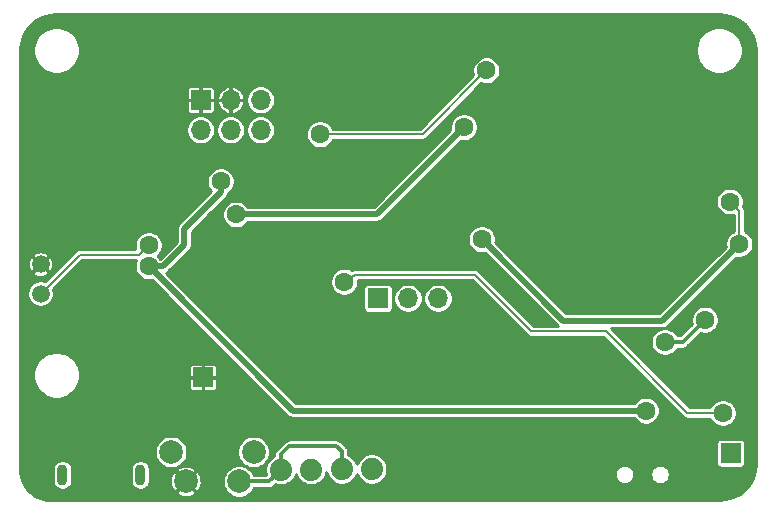
<source format=gbr>
%TF.GenerationSoftware,KiCad,Pcbnew,(5.1.9)-1*%
%TF.CreationDate,2021-02-04T12:48:35+01:00*%
%TF.ProjectId,Track-your-cat,54726163-6b2d-4796-9f75-722d6361742e,1*%
%TF.SameCoordinates,Original*%
%TF.FileFunction,Copper,L2,Bot*%
%TF.FilePolarity,Positive*%
%FSLAX46Y46*%
G04 Gerber Fmt 4.6, Leading zero omitted, Abs format (unit mm)*
G04 Created by KiCad (PCBNEW (5.1.9)-1) date 2021-02-04 12:48:35*
%MOMM*%
%LPD*%
G01*
G04 APERTURE LIST*
%TA.AperFunction,ComponentPad*%
%ADD10O,1.700000X1.700000*%
%TD*%
%TA.AperFunction,ComponentPad*%
%ADD11R,1.700000X1.700000*%
%TD*%
%TA.AperFunction,ComponentPad*%
%ADD12C,1.879600*%
%TD*%
%TA.AperFunction,ComponentPad*%
%ADD13C,1.500000*%
%TD*%
%TA.AperFunction,ComponentPad*%
%ADD14O,0.900000X1.800000*%
%TD*%
%TA.AperFunction,ComponentPad*%
%ADD15C,2.000000*%
%TD*%
%TA.AperFunction,ViaPad*%
%ADD16C,1.600000*%
%TD*%
%TA.AperFunction,Conductor*%
%ADD17C,0.500000*%
%TD*%
%TA.AperFunction,Conductor*%
%ADD18C,0.350000*%
%TD*%
%TA.AperFunction,Conductor*%
%ADD19C,0.200000*%
%TD*%
%TA.AperFunction,Conductor*%
%ADD20C,0.254000*%
%TD*%
%TA.AperFunction,Conductor*%
%ADD21C,0.100000*%
%TD*%
G04 APERTURE END LIST*
D10*
%TO.P,FTDI1,4*%
%TO.N,RX*%
X61380000Y-82540000D03*
%TO.P,FTDI1,6*%
%TO.N,DTR*%
X61380000Y-80000000D03*
%TO.P,FTDI1,5*%
%TO.N,TX*%
X58840000Y-82540000D03*
%TO.P,FTDI1,2*%
%TO.N,Bat-*%
X58840000Y-80000000D03*
%TO.P,FTDI1,3*%
%TO.N,+3V3*%
X56300000Y-82540000D03*
D11*
%TO.P,FTDI1,1*%
%TO.N,Bat-*%
X56300000Y-80000000D03*
%TD*%
%TO.P,J5,1*%
%TO.N,Bat-*%
X56500000Y-103500000D03*
%TD*%
%TO.P,J4,1*%
%TO.N,Power_in*%
X101200000Y-109900000D03*
%TD*%
D12*
%TO.P,D2,2*%
%TO.N,Net-(D2-Pad2)*%
X70800000Y-111250000D03*
%TO.P,D2,1*%
%TO.N,Net-(D1-Pad1)*%
X68260000Y-111250000D03*
%TD*%
%TO.P,D1,1*%
%TO.N,Net-(D1-Pad1)*%
X63100000Y-111300000D03*
%TO.P,D1,2*%
%TO.N,Net-(D1-Pad2)*%
X65640000Y-111300000D03*
%TD*%
D13*
%TO.P,TH1,2*%
%TO.N,Bat-*%
X42750000Y-93900000D03*
%TO.P,TH1,1*%
%TO.N,TSense*%
X42750000Y-96400000D03*
%TD*%
D14*
%TO.P,J2,S6*%
%TO.N,Net-(J2-PadS1)*%
X51200000Y-111750000D03*
%TO.P,J2,S5*%
X44600000Y-111750000D03*
%TD*%
D11*
%TO.P,J6,1*%
%TO.N,MOSI*%
X71320000Y-96800000D03*
D10*
%TO.P,J6,2*%
%TO.N,MISO*%
X73860000Y-96800000D03*
%TO.P,J6,3*%
%TO.N,SCK*%
X76400000Y-96800000D03*
%TD*%
D15*
%TO.P,SW2,NC*%
%TO.N,N/C*%
X60800000Y-109800000D03*
%TO.P,SW2,2*%
%TO.N,Net-(D1-Pad1)*%
X59550000Y-112300000D03*
%TO.P,SW2,1*%
%TO.N,Bat-*%
X55050000Y-112300000D03*
%TO.P,SW2,NC*%
%TO.N,N/C*%
X53800000Y-109800000D03*
%TD*%
D16*
%TO.N,Bat-*%
X92000000Y-96900000D03*
X92100000Y-84000000D03*
X89800000Y-84000000D03*
X94300000Y-84000000D03*
%TO.N,+3V3*%
X78600000Y-82300000D03*
X59300000Y-89700000D03*
%TO.N,Bat-*%
X79500000Y-84000000D03*
X61500000Y-85500000D03*
X79400000Y-96800000D03*
X68700000Y-102700000D03*
X72400000Y-101600000D03*
X75900000Y-99600000D03*
X96650000Y-85850000D03*
X89700000Y-96900000D03*
X94200000Y-96900000D03*
%TO.N,Bat+*%
X94000000Y-106300000D03*
X51900000Y-94100000D03*
X58000000Y-86900000D03*
%TO.N,+1V8*%
X101100000Y-88600000D03*
X101900000Y-92200000D03*
X80100000Y-91800000D03*
%TO.N,GPS_ON*%
X100500000Y-106500000D03*
X68450000Y-95400000D03*
%TO.N,INT*%
X80500000Y-77500000D03*
X66400000Y-82900020D03*
%TO.N,TSense*%
X51900000Y-92299997D03*
%TO.N,Power_in*%
X95600000Y-100500000D03*
X99000000Y-98600000D03*
%TD*%
D17*
%TO.N,+3V3*%
X71200000Y-89700000D02*
X78600000Y-82300000D01*
X59300000Y-89700000D02*
X71200000Y-89700000D01*
D18*
%TO.N,Bat-*%
X79500000Y-84000000D02*
X80100000Y-83400000D01*
X80100000Y-83400000D02*
X80100000Y-81600000D01*
X80100000Y-81600000D02*
X79624999Y-81124999D01*
X79624999Y-81124999D02*
X79400000Y-80900000D01*
X79400000Y-80900000D02*
X78100000Y-80900000D01*
X78100000Y-80900000D02*
X76500000Y-82500000D01*
X73500000Y-85500000D02*
X61500000Y-85500000D01*
X76500000Y-82500000D02*
X73500000Y-85500000D01*
D17*
%TO.N,Bat+*%
X64100000Y-106300000D02*
X51900000Y-94100000D01*
X94000000Y-106300000D02*
X64100000Y-106300000D01*
X51900000Y-94100000D02*
X53100000Y-94100000D01*
X53100000Y-94100000D02*
X54900000Y-92300000D01*
X54900000Y-92300000D02*
X54900000Y-90900000D01*
X58000000Y-87800000D02*
X58000000Y-86900000D01*
X54900000Y-90900000D02*
X58000000Y-87800000D01*
D19*
%TO.N,+1V8*%
X101900000Y-89400000D02*
X101900000Y-92200000D01*
X101100000Y-88600000D02*
X101900000Y-89400000D01*
D18*
X80500000Y-92200000D02*
X80100000Y-91800000D01*
D17*
X87000000Y-98700000D02*
X80100000Y-91800000D01*
X95400000Y-98700000D02*
X87000000Y-98700000D01*
X101900000Y-92200000D02*
X95400000Y-98700000D01*
D18*
%TO.N,Net-(D1-Pad1)*%
X68260000Y-109760000D02*
X68260000Y-111250000D01*
X67800000Y-109300000D02*
X68260000Y-109760000D01*
X63800000Y-109300000D02*
X67800000Y-109300000D01*
X63100000Y-110000000D02*
X63800000Y-109300000D01*
X63100000Y-111300000D02*
X63100000Y-110000000D01*
X62100000Y-112300000D02*
X63100000Y-111300000D01*
X59550000Y-112300000D02*
X62100000Y-112300000D01*
D19*
%TO.N,GPS_ON*%
X97500000Y-106500000D02*
X100500000Y-106500000D01*
X90600000Y-99600000D02*
X97500000Y-106500000D01*
X79499998Y-94800000D02*
X84300000Y-99600000D01*
X69400000Y-94800000D02*
X79499998Y-94800000D01*
X84300000Y-99600000D02*
X90600000Y-99600000D01*
X68450000Y-95400000D02*
X69400000Y-94800000D01*
%TO.N,INT*%
X75099980Y-82900020D02*
X66400000Y-82900020D01*
X80500000Y-77500000D02*
X75099980Y-82900020D01*
%TO.N,TSense*%
X46050004Y-93099996D02*
X42750000Y-96400000D01*
X51100001Y-93099996D02*
X46050004Y-93099996D01*
X51100001Y-93099996D02*
X51900000Y-92299997D01*
D18*
%TO.N,Power_in*%
X97100000Y-100500000D02*
X99000000Y-98600000D01*
X95600000Y-100500000D02*
X97100000Y-100500000D01*
%TD*%
D20*
%TO.N,Bat-*%
X100800580Y-72766834D02*
X101378288Y-72941255D01*
X101911118Y-73224566D01*
X102378770Y-73605972D01*
X102763429Y-74070946D01*
X103050450Y-74601781D01*
X103228898Y-75178255D01*
X103293989Y-75797545D01*
X103294001Y-75801124D01*
X103294000Y-110780146D01*
X103233166Y-111400580D01*
X103058745Y-111978290D01*
X102775434Y-112511118D01*
X102394032Y-112978765D01*
X101929057Y-113363427D01*
X101398222Y-113650449D01*
X100821745Y-113828898D01*
X100202455Y-113893989D01*
X100199163Y-113894000D01*
X43734083Y-113894000D01*
X43731734Y-113893582D01*
X43726079Y-113893177D01*
X43181522Y-113858050D01*
X42692633Y-113728049D01*
X42238303Y-113505565D01*
X41838607Y-113201179D01*
X54181348Y-113201179D01*
X54284959Y-113392119D01*
X54512720Y-113520387D01*
X54761130Y-113601755D01*
X55020640Y-113633098D01*
X55281279Y-113613210D01*
X55533030Y-113542857D01*
X55766218Y-113424742D01*
X55815041Y-113392119D01*
X55918652Y-113201179D01*
X55050000Y-112332527D01*
X54181348Y-113201179D01*
X41838607Y-113201179D01*
X41835836Y-113199069D01*
X41500572Y-112820245D01*
X41245270Y-112383508D01*
X41079662Y-111905507D01*
X41007871Y-111388741D01*
X41006000Y-111295888D01*
X41006000Y-111259186D01*
X43769000Y-111259186D01*
X43769000Y-112240815D01*
X43781026Y-112362904D01*
X43828543Y-112519548D01*
X43905707Y-112663912D01*
X44009553Y-112790448D01*
X44136089Y-112894294D01*
X44280453Y-112971458D01*
X44437097Y-113018975D01*
X44600000Y-113035020D01*
X44762904Y-113018975D01*
X44919548Y-112971458D01*
X45063912Y-112894294D01*
X45190448Y-112790448D01*
X45294294Y-112663912D01*
X45371458Y-112519548D01*
X45418975Y-112362904D01*
X45431000Y-112240815D01*
X45431000Y-111259186D01*
X50369000Y-111259186D01*
X50369000Y-112240815D01*
X50381026Y-112362904D01*
X50428543Y-112519548D01*
X50505707Y-112663912D01*
X50609553Y-112790448D01*
X50736089Y-112894294D01*
X50880453Y-112971458D01*
X51037097Y-113018975D01*
X51200000Y-113035020D01*
X51362904Y-113018975D01*
X51519548Y-112971458D01*
X51663912Y-112894294D01*
X51790448Y-112790448D01*
X51894294Y-112663912D01*
X51971458Y-112519548D01*
X52018975Y-112362904D01*
X52028062Y-112270640D01*
X53716902Y-112270640D01*
X53736790Y-112531279D01*
X53807143Y-112783030D01*
X53925258Y-113016218D01*
X53957881Y-113065041D01*
X54148821Y-113168652D01*
X55017473Y-112300000D01*
X55082527Y-112300000D01*
X55951179Y-113168652D01*
X56142119Y-113065041D01*
X56270387Y-112837280D01*
X56351755Y-112588870D01*
X56383098Y-112329360D01*
X56370479Y-112163983D01*
X58169000Y-112163983D01*
X58169000Y-112436017D01*
X58222071Y-112702823D01*
X58326174Y-112954149D01*
X58477307Y-113180336D01*
X58669664Y-113372693D01*
X58895851Y-113523826D01*
X59147177Y-113627929D01*
X59413983Y-113681000D01*
X59686017Y-113681000D01*
X59952823Y-113627929D01*
X60204149Y-113523826D01*
X60430336Y-113372693D01*
X60622693Y-113180336D01*
X60773826Y-112954149D01*
X60814481Y-112856000D01*
X62072696Y-112856000D01*
X62100000Y-112858689D01*
X62127304Y-112856000D01*
X62127312Y-112856000D01*
X62208995Y-112847955D01*
X62313801Y-112816162D01*
X62410392Y-112764534D01*
X62495053Y-112695053D01*
X62512469Y-112673832D01*
X62645102Y-112541199D01*
X62714737Y-112570043D01*
X62969913Y-112620800D01*
X63230087Y-112620800D01*
X63485263Y-112570043D01*
X63725634Y-112470478D01*
X63941961Y-112325933D01*
X64125933Y-112141961D01*
X64270478Y-111925634D01*
X64370000Y-111685367D01*
X64469522Y-111925634D01*
X64614067Y-112141961D01*
X64798039Y-112325933D01*
X65014366Y-112470478D01*
X65254737Y-112570043D01*
X65509913Y-112620800D01*
X65770087Y-112620800D01*
X66025263Y-112570043D01*
X66265634Y-112470478D01*
X66481961Y-112325933D01*
X66665933Y-112141961D01*
X66810478Y-111925634D01*
X66910043Y-111685263D01*
X66954973Y-111459383D01*
X66989957Y-111635263D01*
X67089522Y-111875634D01*
X67234067Y-112091961D01*
X67418039Y-112275933D01*
X67634366Y-112420478D01*
X67874737Y-112520043D01*
X68129913Y-112570800D01*
X68390087Y-112570800D01*
X68645263Y-112520043D01*
X68885634Y-112420478D01*
X69101961Y-112275933D01*
X69285933Y-112091961D01*
X69430478Y-111875634D01*
X69530000Y-111635367D01*
X69629522Y-111875634D01*
X69774067Y-112091961D01*
X69958039Y-112275933D01*
X70174366Y-112420478D01*
X70414737Y-112520043D01*
X70669913Y-112570800D01*
X70930087Y-112570800D01*
X71185263Y-112520043D01*
X71425634Y-112420478D01*
X71641961Y-112275933D01*
X71825933Y-112091961D01*
X71970478Y-111875634D01*
X72070043Y-111635263D01*
X72073446Y-111618154D01*
X91369000Y-111618154D01*
X91369000Y-111781846D01*
X91400935Y-111942394D01*
X91463577Y-112093626D01*
X91554520Y-112229732D01*
X91670268Y-112345480D01*
X91806374Y-112436423D01*
X91957606Y-112499065D01*
X92118154Y-112531000D01*
X92281846Y-112531000D01*
X92442394Y-112499065D01*
X92593626Y-112436423D01*
X92729732Y-112345480D01*
X92845480Y-112229732D01*
X92936423Y-112093626D01*
X92999065Y-111942394D01*
X93031000Y-111781846D01*
X93031000Y-111618154D01*
X94369000Y-111618154D01*
X94369000Y-111781846D01*
X94400935Y-111942394D01*
X94463577Y-112093626D01*
X94554520Y-112229732D01*
X94670268Y-112345480D01*
X94806374Y-112436423D01*
X94957606Y-112499065D01*
X95118154Y-112531000D01*
X95281846Y-112531000D01*
X95442394Y-112499065D01*
X95593626Y-112436423D01*
X95729732Y-112345480D01*
X95845480Y-112229732D01*
X95936423Y-112093626D01*
X95999065Y-111942394D01*
X96031000Y-111781846D01*
X96031000Y-111618154D01*
X95999065Y-111457606D01*
X95936423Y-111306374D01*
X95845480Y-111170268D01*
X95729732Y-111054520D01*
X95593626Y-110963577D01*
X95442394Y-110900935D01*
X95281846Y-110869000D01*
X95118154Y-110869000D01*
X94957606Y-110900935D01*
X94806374Y-110963577D01*
X94670268Y-111054520D01*
X94554520Y-111170268D01*
X94463577Y-111306374D01*
X94400935Y-111457606D01*
X94369000Y-111618154D01*
X93031000Y-111618154D01*
X92999065Y-111457606D01*
X92936423Y-111306374D01*
X92845480Y-111170268D01*
X92729732Y-111054520D01*
X92593626Y-110963577D01*
X92442394Y-110900935D01*
X92281846Y-110869000D01*
X92118154Y-110869000D01*
X91957606Y-110900935D01*
X91806374Y-110963577D01*
X91670268Y-111054520D01*
X91554520Y-111170268D01*
X91463577Y-111306374D01*
X91400935Y-111457606D01*
X91369000Y-111618154D01*
X72073446Y-111618154D01*
X72120800Y-111380087D01*
X72120800Y-111119913D01*
X72070043Y-110864737D01*
X71970478Y-110624366D01*
X71825933Y-110408039D01*
X71641961Y-110224067D01*
X71425634Y-110079522D01*
X71185263Y-109979957D01*
X70930087Y-109929200D01*
X70669913Y-109929200D01*
X70414737Y-109979957D01*
X70174366Y-110079522D01*
X69958039Y-110224067D01*
X69774067Y-110408039D01*
X69629522Y-110624366D01*
X69530000Y-110864633D01*
X69430478Y-110624366D01*
X69285933Y-110408039D01*
X69101961Y-110224067D01*
X68885634Y-110079522D01*
X68816000Y-110050679D01*
X68816000Y-109787304D01*
X68818689Y-109759999D01*
X68816000Y-109732694D01*
X68816000Y-109732688D01*
X68807955Y-109651005D01*
X68776162Y-109546199D01*
X68724534Y-109449608D01*
X68681504Y-109397177D01*
X68672463Y-109386160D01*
X68672460Y-109386157D01*
X68655053Y-109364947D01*
X68633842Y-109347539D01*
X68336302Y-109050000D01*
X99967157Y-109050000D01*
X99967157Y-110750000D01*
X99974513Y-110824689D01*
X99996299Y-110896508D01*
X100031678Y-110962696D01*
X100079289Y-111020711D01*
X100137304Y-111068322D01*
X100203492Y-111103701D01*
X100275311Y-111125487D01*
X100350000Y-111132843D01*
X102050000Y-111132843D01*
X102124689Y-111125487D01*
X102196508Y-111103701D01*
X102262696Y-111068322D01*
X102320711Y-111020711D01*
X102368322Y-110962696D01*
X102403701Y-110896508D01*
X102425487Y-110824689D01*
X102432843Y-110750000D01*
X102432843Y-109050000D01*
X102425487Y-108975311D01*
X102403701Y-108903492D01*
X102368322Y-108837304D01*
X102320711Y-108779289D01*
X102262696Y-108731678D01*
X102196508Y-108696299D01*
X102124689Y-108674513D01*
X102050000Y-108667157D01*
X100350000Y-108667157D01*
X100275311Y-108674513D01*
X100203492Y-108696299D01*
X100137304Y-108731678D01*
X100079289Y-108779289D01*
X100031678Y-108837304D01*
X99996299Y-108903492D01*
X99974513Y-108975311D01*
X99967157Y-109050000D01*
X68336302Y-109050000D01*
X68212468Y-108926167D01*
X68195053Y-108904947D01*
X68110392Y-108835466D01*
X68013801Y-108783838D01*
X67908995Y-108752045D01*
X67827312Y-108744000D01*
X67827304Y-108744000D01*
X67800000Y-108741311D01*
X67772696Y-108744000D01*
X63827296Y-108744000D01*
X63799999Y-108741312D01*
X63772702Y-108744000D01*
X63772688Y-108744000D01*
X63696446Y-108751509D01*
X63691004Y-108752045D01*
X63659211Y-108761690D01*
X63586199Y-108783838D01*
X63489608Y-108835466D01*
X63448981Y-108868808D01*
X63426160Y-108887537D01*
X63426157Y-108887540D01*
X63404947Y-108904947D01*
X63387540Y-108926157D01*
X62726163Y-109587536D01*
X62704948Y-109604947D01*
X62635467Y-109689608D01*
X62632557Y-109695053D01*
X62583839Y-109786199D01*
X62552045Y-109891006D01*
X62541311Y-110000000D01*
X62544001Y-110027314D01*
X62544001Y-110100678D01*
X62474366Y-110129522D01*
X62258039Y-110274067D01*
X62074067Y-110458039D01*
X61929522Y-110674366D01*
X61829957Y-110914737D01*
X61779200Y-111169913D01*
X61779200Y-111430087D01*
X61829957Y-111685263D01*
X61854287Y-111744000D01*
X60814481Y-111744000D01*
X60773826Y-111645851D01*
X60622693Y-111419664D01*
X60430336Y-111227307D01*
X60204149Y-111076174D01*
X59952823Y-110972071D01*
X59686017Y-110919000D01*
X59413983Y-110919000D01*
X59147177Y-110972071D01*
X58895851Y-111076174D01*
X58669664Y-111227307D01*
X58477307Y-111419664D01*
X58326174Y-111645851D01*
X58222071Y-111897177D01*
X58169000Y-112163983D01*
X56370479Y-112163983D01*
X56363210Y-112068721D01*
X56292857Y-111816970D01*
X56174742Y-111583782D01*
X56142119Y-111534959D01*
X55951179Y-111431348D01*
X55082527Y-112300000D01*
X55017473Y-112300000D01*
X54148821Y-111431348D01*
X53957881Y-111534959D01*
X53829613Y-111762720D01*
X53748245Y-112011130D01*
X53716902Y-112270640D01*
X52028062Y-112270640D01*
X52031000Y-112240815D01*
X52031000Y-111398821D01*
X54181348Y-111398821D01*
X55050000Y-112267473D01*
X55918652Y-111398821D01*
X55815041Y-111207881D01*
X55587280Y-111079613D01*
X55338870Y-110998245D01*
X55079360Y-110966902D01*
X54818721Y-110986790D01*
X54566970Y-111057143D01*
X54333782Y-111175258D01*
X54284959Y-111207881D01*
X54181348Y-111398821D01*
X52031000Y-111398821D01*
X52031000Y-111259185D01*
X52018975Y-111137096D01*
X51971458Y-110980452D01*
X51894294Y-110836088D01*
X51790448Y-110709552D01*
X51663911Y-110605706D01*
X51519547Y-110528542D01*
X51362903Y-110481025D01*
X51200000Y-110464980D01*
X51037096Y-110481025D01*
X50880452Y-110528542D01*
X50736088Y-110605706D01*
X50609552Y-110709552D01*
X50505706Y-110836089D01*
X50428542Y-110980453D01*
X50381025Y-111137097D01*
X50369000Y-111259186D01*
X45431000Y-111259186D01*
X45431000Y-111259185D01*
X45418975Y-111137096D01*
X45371458Y-110980452D01*
X45294294Y-110836088D01*
X45190448Y-110709552D01*
X45063911Y-110605706D01*
X44919547Y-110528542D01*
X44762903Y-110481025D01*
X44600000Y-110464980D01*
X44437096Y-110481025D01*
X44280452Y-110528542D01*
X44136088Y-110605706D01*
X44009552Y-110709552D01*
X43905706Y-110836089D01*
X43828542Y-110980453D01*
X43781025Y-111137097D01*
X43769000Y-111259186D01*
X41006000Y-111259186D01*
X41006000Y-109663983D01*
X52419000Y-109663983D01*
X52419000Y-109936017D01*
X52472071Y-110202823D01*
X52576174Y-110454149D01*
X52727307Y-110680336D01*
X52919664Y-110872693D01*
X53145851Y-111023826D01*
X53397177Y-111127929D01*
X53663983Y-111181000D01*
X53936017Y-111181000D01*
X54202823Y-111127929D01*
X54454149Y-111023826D01*
X54680336Y-110872693D01*
X54872693Y-110680336D01*
X55023826Y-110454149D01*
X55127929Y-110202823D01*
X55181000Y-109936017D01*
X55181000Y-109663983D01*
X59419000Y-109663983D01*
X59419000Y-109936017D01*
X59472071Y-110202823D01*
X59576174Y-110454149D01*
X59727307Y-110680336D01*
X59919664Y-110872693D01*
X60145851Y-111023826D01*
X60397177Y-111127929D01*
X60663983Y-111181000D01*
X60936017Y-111181000D01*
X61202823Y-111127929D01*
X61454149Y-111023826D01*
X61680336Y-110872693D01*
X61872693Y-110680336D01*
X62023826Y-110454149D01*
X62127929Y-110202823D01*
X62181000Y-109936017D01*
X62181000Y-109663983D01*
X62127929Y-109397177D01*
X62023826Y-109145851D01*
X61872693Y-108919664D01*
X61680336Y-108727307D01*
X61454149Y-108576174D01*
X61202823Y-108472071D01*
X60936017Y-108419000D01*
X60663983Y-108419000D01*
X60397177Y-108472071D01*
X60145851Y-108576174D01*
X59919664Y-108727307D01*
X59727307Y-108919664D01*
X59576174Y-109145851D01*
X59472071Y-109397177D01*
X59419000Y-109663983D01*
X55181000Y-109663983D01*
X55127929Y-109397177D01*
X55023826Y-109145851D01*
X54872693Y-108919664D01*
X54680336Y-108727307D01*
X54454149Y-108576174D01*
X54202823Y-108472071D01*
X53936017Y-108419000D01*
X53663983Y-108419000D01*
X53397177Y-108472071D01*
X53145851Y-108576174D01*
X52919664Y-108727307D01*
X52727307Y-108919664D01*
X52576174Y-109145851D01*
X52472071Y-109397177D01*
X52419000Y-109663983D01*
X41006000Y-109663983D01*
X41006000Y-103104889D01*
X42119000Y-103104889D01*
X42119000Y-103495111D01*
X42195129Y-103877836D01*
X42344461Y-104238355D01*
X42561257Y-104562814D01*
X42837186Y-104838743D01*
X43161645Y-105055539D01*
X43522164Y-105204871D01*
X43904889Y-105281000D01*
X44295111Y-105281000D01*
X44677836Y-105204871D01*
X45038355Y-105055539D01*
X45362814Y-104838743D01*
X45638743Y-104562814D01*
X45780940Y-104350000D01*
X55321418Y-104350000D01*
X55327732Y-104414103D01*
X55346430Y-104475743D01*
X55376794Y-104532550D01*
X55417657Y-104582343D01*
X55467450Y-104623206D01*
X55524257Y-104653570D01*
X55585897Y-104672268D01*
X55650000Y-104678582D01*
X56395250Y-104677000D01*
X56477000Y-104595250D01*
X56477000Y-103523000D01*
X56523000Y-103523000D01*
X56523000Y-104595250D01*
X56604750Y-104677000D01*
X57350000Y-104678582D01*
X57414103Y-104672268D01*
X57475743Y-104653570D01*
X57532550Y-104623206D01*
X57582343Y-104582343D01*
X57623206Y-104532550D01*
X57653570Y-104475743D01*
X57672268Y-104414103D01*
X57678582Y-104350000D01*
X57677000Y-103604750D01*
X57595250Y-103523000D01*
X56523000Y-103523000D01*
X56477000Y-103523000D01*
X55404750Y-103523000D01*
X55323000Y-103604750D01*
X55321418Y-104350000D01*
X45780940Y-104350000D01*
X45855539Y-104238355D01*
X46004871Y-103877836D01*
X46081000Y-103495111D01*
X46081000Y-103104889D01*
X46004871Y-102722164D01*
X45974980Y-102650000D01*
X55321418Y-102650000D01*
X55323000Y-103395250D01*
X55404750Y-103477000D01*
X56477000Y-103477000D01*
X56477000Y-102404750D01*
X56523000Y-102404750D01*
X56523000Y-103477000D01*
X57595250Y-103477000D01*
X57677000Y-103395250D01*
X57678582Y-102650000D01*
X57672268Y-102585897D01*
X57653570Y-102524257D01*
X57623206Y-102467450D01*
X57582343Y-102417657D01*
X57532550Y-102376794D01*
X57475743Y-102346430D01*
X57414103Y-102327732D01*
X57350000Y-102321418D01*
X56604750Y-102323000D01*
X56523000Y-102404750D01*
X56477000Y-102404750D01*
X56395250Y-102323000D01*
X55650000Y-102321418D01*
X55585897Y-102327732D01*
X55524257Y-102346430D01*
X55467450Y-102376794D01*
X55417657Y-102417657D01*
X55376794Y-102467450D01*
X55346430Y-102524257D01*
X55327732Y-102585897D01*
X55321418Y-102650000D01*
X45974980Y-102650000D01*
X45855539Y-102361645D01*
X45638743Y-102037186D01*
X45362814Y-101761257D01*
X45038355Y-101544461D01*
X44677836Y-101395129D01*
X44295111Y-101319000D01*
X43904889Y-101319000D01*
X43522164Y-101395129D01*
X43161645Y-101544461D01*
X42837186Y-101761257D01*
X42561257Y-102037186D01*
X42344461Y-102361645D01*
X42195129Y-102722164D01*
X42119000Y-103104889D01*
X41006000Y-103104889D01*
X41006000Y-96288606D01*
X41619000Y-96288606D01*
X41619000Y-96511394D01*
X41662464Y-96729900D01*
X41747721Y-96935729D01*
X41871495Y-97120970D01*
X42029030Y-97278505D01*
X42214271Y-97402279D01*
X42420100Y-97487536D01*
X42638606Y-97531000D01*
X42861394Y-97531000D01*
X43079900Y-97487536D01*
X43285729Y-97402279D01*
X43470970Y-97278505D01*
X43628505Y-97120970D01*
X43752279Y-96935729D01*
X43837536Y-96729900D01*
X43881000Y-96511394D01*
X43881000Y-96288606D01*
X43837536Y-96070100D01*
X43814866Y-96015370D01*
X46249241Y-93580996D01*
X50836674Y-93580996D01*
X50764386Y-93755515D01*
X50719000Y-93983682D01*
X50719000Y-94216318D01*
X50764386Y-94444485D01*
X50853412Y-94659413D01*
X50982658Y-94852843D01*
X51147157Y-95017342D01*
X51340587Y-95146588D01*
X51555515Y-95235614D01*
X51783682Y-95281000D01*
X52016318Y-95281000D01*
X52160043Y-95252411D01*
X63631895Y-106724263D01*
X63651657Y-106748343D01*
X63747739Y-106827196D01*
X63857358Y-106885789D01*
X63976302Y-106921870D01*
X64069002Y-106931000D01*
X64069011Y-106931000D01*
X64099999Y-106934052D01*
X64130987Y-106931000D01*
X93001245Y-106931000D01*
X93082658Y-107052843D01*
X93247157Y-107217342D01*
X93440587Y-107346588D01*
X93655515Y-107435614D01*
X93883682Y-107481000D01*
X94116318Y-107481000D01*
X94344485Y-107435614D01*
X94559413Y-107346588D01*
X94752843Y-107217342D01*
X94917342Y-107052843D01*
X95046588Y-106859413D01*
X95135614Y-106644485D01*
X95181000Y-106416318D01*
X95181000Y-106183682D01*
X95135614Y-105955515D01*
X95046588Y-105740587D01*
X94917342Y-105547157D01*
X94752843Y-105382658D01*
X94559413Y-105253412D01*
X94344485Y-105164386D01*
X94116318Y-105119000D01*
X93883682Y-105119000D01*
X93655515Y-105164386D01*
X93440587Y-105253412D01*
X93247157Y-105382658D01*
X93082658Y-105547157D01*
X93001245Y-105669000D01*
X64361368Y-105669000D01*
X53976050Y-95283682D01*
X67269000Y-95283682D01*
X67269000Y-95516318D01*
X67314386Y-95744485D01*
X67403412Y-95959413D01*
X67532658Y-96152843D01*
X67697157Y-96317342D01*
X67890587Y-96446588D01*
X68105515Y-96535614D01*
X68333682Y-96581000D01*
X68566318Y-96581000D01*
X68794485Y-96535614D01*
X69009413Y-96446588D01*
X69202843Y-96317342D01*
X69367342Y-96152843D01*
X69496588Y-95959413D01*
X69500486Y-95950000D01*
X70087157Y-95950000D01*
X70087157Y-97650000D01*
X70094513Y-97724689D01*
X70116299Y-97796508D01*
X70151678Y-97862696D01*
X70199289Y-97920711D01*
X70257304Y-97968322D01*
X70323492Y-98003701D01*
X70395311Y-98025487D01*
X70470000Y-98032843D01*
X72170000Y-98032843D01*
X72244689Y-98025487D01*
X72316508Y-98003701D01*
X72382696Y-97968322D01*
X72440711Y-97920711D01*
X72488322Y-97862696D01*
X72523701Y-97796508D01*
X72545487Y-97724689D01*
X72552843Y-97650000D01*
X72552843Y-96678757D01*
X72629000Y-96678757D01*
X72629000Y-96921243D01*
X72676307Y-97159069D01*
X72769102Y-97383097D01*
X72903820Y-97584717D01*
X73075283Y-97756180D01*
X73276903Y-97890898D01*
X73500931Y-97983693D01*
X73738757Y-98031000D01*
X73981243Y-98031000D01*
X74219069Y-97983693D01*
X74443097Y-97890898D01*
X74644717Y-97756180D01*
X74816180Y-97584717D01*
X74950898Y-97383097D01*
X75043693Y-97159069D01*
X75091000Y-96921243D01*
X75091000Y-96678757D01*
X75169000Y-96678757D01*
X75169000Y-96921243D01*
X75216307Y-97159069D01*
X75309102Y-97383097D01*
X75443820Y-97584717D01*
X75615283Y-97756180D01*
X75816903Y-97890898D01*
X76040931Y-97983693D01*
X76278757Y-98031000D01*
X76521243Y-98031000D01*
X76759069Y-97983693D01*
X76983097Y-97890898D01*
X77184717Y-97756180D01*
X77356180Y-97584717D01*
X77490898Y-97383097D01*
X77583693Y-97159069D01*
X77631000Y-96921243D01*
X77631000Y-96678757D01*
X77583693Y-96440931D01*
X77490898Y-96216903D01*
X77356180Y-96015283D01*
X77184717Y-95843820D01*
X76983097Y-95709102D01*
X76759069Y-95616307D01*
X76521243Y-95569000D01*
X76278757Y-95569000D01*
X76040931Y-95616307D01*
X75816903Y-95709102D01*
X75615283Y-95843820D01*
X75443820Y-96015283D01*
X75309102Y-96216903D01*
X75216307Y-96440931D01*
X75169000Y-96678757D01*
X75091000Y-96678757D01*
X75043693Y-96440931D01*
X74950898Y-96216903D01*
X74816180Y-96015283D01*
X74644717Y-95843820D01*
X74443097Y-95709102D01*
X74219069Y-95616307D01*
X73981243Y-95569000D01*
X73738757Y-95569000D01*
X73500931Y-95616307D01*
X73276903Y-95709102D01*
X73075283Y-95843820D01*
X72903820Y-96015283D01*
X72769102Y-96216903D01*
X72676307Y-96440931D01*
X72629000Y-96678757D01*
X72552843Y-96678757D01*
X72552843Y-95950000D01*
X72545487Y-95875311D01*
X72523701Y-95803492D01*
X72488322Y-95737304D01*
X72440711Y-95679289D01*
X72382696Y-95631678D01*
X72316508Y-95596299D01*
X72244689Y-95574513D01*
X72170000Y-95567157D01*
X70470000Y-95567157D01*
X70395311Y-95574513D01*
X70323492Y-95596299D01*
X70257304Y-95631678D01*
X70199289Y-95679289D01*
X70151678Y-95737304D01*
X70116299Y-95803492D01*
X70094513Y-95875311D01*
X70087157Y-95950000D01*
X69500486Y-95950000D01*
X69585614Y-95744485D01*
X69631000Y-95516318D01*
X69631000Y-95283682D01*
X69630467Y-95281000D01*
X79300762Y-95281000D01*
X83943170Y-99923406D01*
X83958236Y-99941764D01*
X84031478Y-100001872D01*
X84085932Y-100030978D01*
X84115038Y-100046536D01*
X84205707Y-100074040D01*
X84300000Y-100083327D01*
X84323627Y-100081000D01*
X90400764Y-100081000D01*
X97143170Y-106823406D01*
X97158236Y-106841764D01*
X97231478Y-106901872D01*
X97268890Y-106921869D01*
X97315038Y-106946536D01*
X97405707Y-106974040D01*
X97500000Y-106983327D01*
X97523626Y-106981000D01*
X99420932Y-106981000D01*
X99453412Y-107059413D01*
X99582658Y-107252843D01*
X99747157Y-107417342D01*
X99940587Y-107546588D01*
X100155515Y-107635614D01*
X100383682Y-107681000D01*
X100616318Y-107681000D01*
X100844485Y-107635614D01*
X101059413Y-107546588D01*
X101252843Y-107417342D01*
X101417342Y-107252843D01*
X101546588Y-107059413D01*
X101635614Y-106844485D01*
X101681000Y-106616318D01*
X101681000Y-106383682D01*
X101635614Y-106155515D01*
X101546588Y-105940587D01*
X101417342Y-105747157D01*
X101252843Y-105582658D01*
X101059413Y-105453412D01*
X100844485Y-105364386D01*
X100616318Y-105319000D01*
X100383682Y-105319000D01*
X100155515Y-105364386D01*
X99940587Y-105453412D01*
X99747157Y-105582658D01*
X99582658Y-105747157D01*
X99453412Y-105940587D01*
X99420932Y-106019000D01*
X97699236Y-106019000D01*
X91011236Y-99331000D01*
X95369010Y-99331000D01*
X95400000Y-99334052D01*
X95415868Y-99332489D01*
X95255515Y-99364386D01*
X95040587Y-99453412D01*
X94847157Y-99582658D01*
X94682658Y-99747157D01*
X94553412Y-99940587D01*
X94464386Y-100155515D01*
X94419000Y-100383682D01*
X94419000Y-100616318D01*
X94464386Y-100844485D01*
X94553412Y-101059413D01*
X94682658Y-101252843D01*
X94847157Y-101417342D01*
X95040587Y-101546588D01*
X95255515Y-101635614D01*
X95483682Y-101681000D01*
X95716318Y-101681000D01*
X95944485Y-101635614D01*
X96159413Y-101546588D01*
X96352843Y-101417342D01*
X96517342Y-101252843D01*
X96646588Y-101059413D01*
X96648002Y-101056000D01*
X97072696Y-101056000D01*
X97100000Y-101058689D01*
X97127304Y-101056000D01*
X97127312Y-101056000D01*
X97208995Y-101047955D01*
X97313801Y-101016162D01*
X97410392Y-100964534D01*
X97495053Y-100895053D01*
X97512469Y-100873832D01*
X98652102Y-99734200D01*
X98655515Y-99735614D01*
X98883682Y-99781000D01*
X99116318Y-99781000D01*
X99344485Y-99735614D01*
X99559413Y-99646588D01*
X99752843Y-99517342D01*
X99917342Y-99352843D01*
X100046588Y-99159413D01*
X100135614Y-98944485D01*
X100181000Y-98716318D01*
X100181000Y-98483682D01*
X100135614Y-98255515D01*
X100046588Y-98040587D01*
X99917342Y-97847157D01*
X99752843Y-97682658D01*
X99559413Y-97553412D01*
X99344485Y-97464386D01*
X99116318Y-97419000D01*
X98883682Y-97419000D01*
X98655515Y-97464386D01*
X98440587Y-97553412D01*
X98247157Y-97682658D01*
X98082658Y-97847157D01*
X97953412Y-98040587D01*
X97864386Y-98255515D01*
X97819000Y-98483682D01*
X97819000Y-98716318D01*
X97864386Y-98944485D01*
X97865800Y-98947898D01*
X96869699Y-99944000D01*
X96648002Y-99944000D01*
X96646588Y-99940587D01*
X96517342Y-99747157D01*
X96352843Y-99582658D01*
X96159413Y-99453412D01*
X95944485Y-99364386D01*
X95716318Y-99319000D01*
X95533159Y-99319000D01*
X95642642Y-99285789D01*
X95752261Y-99227196D01*
X95848343Y-99148343D01*
X95868105Y-99124263D01*
X101639958Y-93352411D01*
X101783682Y-93381000D01*
X102016318Y-93381000D01*
X102244485Y-93335614D01*
X102459413Y-93246588D01*
X102652843Y-93117342D01*
X102817342Y-92952843D01*
X102946588Y-92759413D01*
X103035614Y-92544485D01*
X103081000Y-92316318D01*
X103081000Y-92083682D01*
X103035614Y-91855515D01*
X102946588Y-91640587D01*
X102817342Y-91447157D01*
X102652843Y-91282658D01*
X102459413Y-91153412D01*
X102381000Y-91120932D01*
X102381000Y-89423626D01*
X102383327Y-89400000D01*
X102374040Y-89305707D01*
X102346536Y-89215040D01*
X102346536Y-89215039D01*
X102301872Y-89131478D01*
X102241764Y-89058236D01*
X102223411Y-89043174D01*
X102203134Y-89022898D01*
X102235614Y-88944485D01*
X102281000Y-88716318D01*
X102281000Y-88483682D01*
X102235614Y-88255515D01*
X102146588Y-88040587D01*
X102017342Y-87847157D01*
X101852843Y-87682658D01*
X101659413Y-87553412D01*
X101444485Y-87464386D01*
X101216318Y-87419000D01*
X100983682Y-87419000D01*
X100755515Y-87464386D01*
X100540587Y-87553412D01*
X100347157Y-87682658D01*
X100182658Y-87847157D01*
X100053412Y-88040587D01*
X99964386Y-88255515D01*
X99919000Y-88483682D01*
X99919000Y-88716318D01*
X99964386Y-88944485D01*
X100053412Y-89159413D01*
X100182658Y-89352843D01*
X100347157Y-89517342D01*
X100540587Y-89646588D01*
X100755515Y-89735614D01*
X100983682Y-89781000D01*
X101216318Y-89781000D01*
X101419000Y-89740683D01*
X101419001Y-91120932D01*
X101340587Y-91153412D01*
X101147157Y-91282658D01*
X100982658Y-91447157D01*
X100853412Y-91640587D01*
X100764386Y-91855515D01*
X100719000Y-92083682D01*
X100719000Y-92316318D01*
X100747589Y-92460042D01*
X95138632Y-98069000D01*
X87261369Y-98069000D01*
X81252411Y-92060043D01*
X81281000Y-91916318D01*
X81281000Y-91683682D01*
X81235614Y-91455515D01*
X81146588Y-91240587D01*
X81017342Y-91047157D01*
X80852843Y-90882658D01*
X80659413Y-90753412D01*
X80444485Y-90664386D01*
X80216318Y-90619000D01*
X79983682Y-90619000D01*
X79755515Y-90664386D01*
X79540587Y-90753412D01*
X79347157Y-90882658D01*
X79182658Y-91047157D01*
X79053412Y-91240587D01*
X78964386Y-91455515D01*
X78919000Y-91683682D01*
X78919000Y-91916318D01*
X78964386Y-92144485D01*
X79053412Y-92359413D01*
X79182658Y-92552843D01*
X79347157Y-92717342D01*
X79540587Y-92846588D01*
X79755515Y-92935614D01*
X79983682Y-92981000D01*
X80216318Y-92981000D01*
X80360043Y-92952411D01*
X86526631Y-99119000D01*
X84499236Y-99119000D01*
X79856828Y-94476594D01*
X79841762Y-94458236D01*
X79768520Y-94398128D01*
X79684959Y-94353464D01*
X79594290Y-94325960D01*
X79523624Y-94319000D01*
X79499998Y-94316673D01*
X79476372Y-94319000D01*
X69429834Y-94319000D01*
X69412435Y-94316833D01*
X69382579Y-94319000D01*
X69376374Y-94319000D01*
X69358991Y-94320712D01*
X69317935Y-94323692D01*
X69311924Y-94325348D01*
X69305708Y-94325960D01*
X69266268Y-94337924D01*
X69226588Y-94348854D01*
X69221013Y-94351652D01*
X69215039Y-94353464D01*
X69178713Y-94372880D01*
X69163124Y-94380704D01*
X69157881Y-94384016D01*
X69131478Y-94398128D01*
X69117924Y-94409251D01*
X69105102Y-94417349D01*
X69009413Y-94353412D01*
X68794485Y-94264386D01*
X68566318Y-94219000D01*
X68333682Y-94219000D01*
X68105515Y-94264386D01*
X67890587Y-94353412D01*
X67697157Y-94482658D01*
X67532658Y-94647157D01*
X67403412Y-94840587D01*
X67314386Y-95055515D01*
X67269000Y-95283682D01*
X53976050Y-95283682D01*
X53365786Y-94673418D01*
X53452261Y-94627196D01*
X53548343Y-94548343D01*
X53568105Y-94524263D01*
X55324264Y-92768104D01*
X55348343Y-92748343D01*
X55427196Y-92652261D01*
X55485789Y-92542642D01*
X55521870Y-92423698D01*
X55531000Y-92330998D01*
X55531000Y-92330989D01*
X55534052Y-92300001D01*
X55531000Y-92269013D01*
X55531000Y-91161368D01*
X57108686Y-89583682D01*
X58119000Y-89583682D01*
X58119000Y-89816318D01*
X58164386Y-90044485D01*
X58253412Y-90259413D01*
X58382658Y-90452843D01*
X58547157Y-90617342D01*
X58740587Y-90746588D01*
X58955515Y-90835614D01*
X59183682Y-90881000D01*
X59416318Y-90881000D01*
X59644485Y-90835614D01*
X59859413Y-90746588D01*
X60052843Y-90617342D01*
X60217342Y-90452843D01*
X60298755Y-90331000D01*
X71169010Y-90331000D01*
X71200000Y-90334052D01*
X71230990Y-90331000D01*
X71230998Y-90331000D01*
X71323698Y-90321870D01*
X71442642Y-90285789D01*
X71552261Y-90227196D01*
X71648343Y-90148343D01*
X71668105Y-90124263D01*
X78339958Y-83452411D01*
X78483682Y-83481000D01*
X78716318Y-83481000D01*
X78944485Y-83435614D01*
X79159413Y-83346588D01*
X79352843Y-83217342D01*
X79517342Y-83052843D01*
X79646588Y-82859413D01*
X79735614Y-82644485D01*
X79781000Y-82416318D01*
X79781000Y-82183682D01*
X79735614Y-81955515D01*
X79646588Y-81740587D01*
X79517342Y-81547157D01*
X79352843Y-81382658D01*
X79159413Y-81253412D01*
X78944485Y-81164386D01*
X78716318Y-81119000D01*
X78483682Y-81119000D01*
X78255515Y-81164386D01*
X78040587Y-81253412D01*
X77847157Y-81382658D01*
X77682658Y-81547157D01*
X77553412Y-81740587D01*
X77464386Y-81955515D01*
X77419000Y-82183682D01*
X77419000Y-82416318D01*
X77447589Y-82560042D01*
X70938632Y-89069000D01*
X60298755Y-89069000D01*
X60217342Y-88947157D01*
X60052843Y-88782658D01*
X59859413Y-88653412D01*
X59644485Y-88564386D01*
X59416318Y-88519000D01*
X59183682Y-88519000D01*
X58955515Y-88564386D01*
X58740587Y-88653412D01*
X58547157Y-88782658D01*
X58382658Y-88947157D01*
X58253412Y-89140587D01*
X58164386Y-89355515D01*
X58119000Y-89583682D01*
X57108686Y-89583682D01*
X58424269Y-88268100D01*
X58448343Y-88248343D01*
X58527196Y-88152261D01*
X58585789Y-88042642D01*
X58621870Y-87923698D01*
X58623857Y-87903528D01*
X58752843Y-87817342D01*
X58917342Y-87652843D01*
X59046588Y-87459413D01*
X59135614Y-87244485D01*
X59181000Y-87016318D01*
X59181000Y-86783682D01*
X59135614Y-86555515D01*
X59046588Y-86340587D01*
X58917342Y-86147157D01*
X58752843Y-85982658D01*
X58559413Y-85853412D01*
X58344485Y-85764386D01*
X58116318Y-85719000D01*
X57883682Y-85719000D01*
X57655515Y-85764386D01*
X57440587Y-85853412D01*
X57247157Y-85982658D01*
X57082658Y-86147157D01*
X56953412Y-86340587D01*
X56864386Y-86555515D01*
X56819000Y-86783682D01*
X56819000Y-87016318D01*
X56864386Y-87244485D01*
X56953412Y-87459413D01*
X57082658Y-87652843D01*
X57168723Y-87738908D01*
X54475733Y-90431899D01*
X54451658Y-90451657D01*
X54431900Y-90475732D01*
X54431897Y-90475735D01*
X54372804Y-90547740D01*
X54314211Y-90657359D01*
X54278130Y-90776303D01*
X54265948Y-90900000D01*
X54269001Y-90931000D01*
X54269000Y-92038632D01*
X52874673Y-93432959D01*
X52817342Y-93347157D01*
X52670184Y-93199999D01*
X52817342Y-93052840D01*
X52946588Y-92859410D01*
X53035614Y-92644482D01*
X53081000Y-92416315D01*
X53081000Y-92183679D01*
X53035614Y-91955512D01*
X52946588Y-91740584D01*
X52817342Y-91547154D01*
X52652843Y-91382655D01*
X52459413Y-91253409D01*
X52244485Y-91164383D01*
X52016318Y-91118997D01*
X51783682Y-91118997D01*
X51555515Y-91164383D01*
X51340587Y-91253409D01*
X51147157Y-91382655D01*
X50982658Y-91547154D01*
X50853412Y-91740584D01*
X50764386Y-91955512D01*
X50719000Y-92183679D01*
X50719000Y-92416315D01*
X50759316Y-92618996D01*
X46073619Y-92618996D01*
X46050003Y-92616670D01*
X46026387Y-92618996D01*
X46026378Y-92618996D01*
X45955712Y-92625956D01*
X45865043Y-92653460D01*
X45781482Y-92698124D01*
X45708240Y-92758232D01*
X45693179Y-92776584D01*
X43134630Y-95335134D01*
X43079900Y-95312464D01*
X42861394Y-95269000D01*
X42638606Y-95269000D01*
X42420100Y-95312464D01*
X42214271Y-95397721D01*
X42029030Y-95521495D01*
X41871495Y-95679030D01*
X41747721Y-95864271D01*
X41662464Y-96070100D01*
X41619000Y-96288606D01*
X41006000Y-96288606D01*
X41006000Y-94623510D01*
X42059017Y-94623510D01*
X42132643Y-94788849D01*
X42317912Y-94892210D01*
X42519784Y-94957441D01*
X42730504Y-94982035D01*
X42941973Y-94965048D01*
X43146065Y-94907131D01*
X43334936Y-94810510D01*
X43367357Y-94788849D01*
X43440983Y-94623510D01*
X42750000Y-93932527D01*
X42059017Y-94623510D01*
X41006000Y-94623510D01*
X41006000Y-93880504D01*
X41667965Y-93880504D01*
X41684952Y-94091973D01*
X41742869Y-94296065D01*
X41839490Y-94484936D01*
X41861151Y-94517357D01*
X42026490Y-94590983D01*
X42717473Y-93900000D01*
X42782527Y-93900000D01*
X43473510Y-94590983D01*
X43638849Y-94517357D01*
X43742210Y-94332088D01*
X43807441Y-94130216D01*
X43832035Y-93919496D01*
X43815048Y-93708027D01*
X43757131Y-93503935D01*
X43660510Y-93315064D01*
X43638849Y-93282643D01*
X43473510Y-93209017D01*
X42782527Y-93900000D01*
X42717473Y-93900000D01*
X42026490Y-93209017D01*
X41861151Y-93282643D01*
X41757790Y-93467912D01*
X41692559Y-93669784D01*
X41667965Y-93880504D01*
X41006000Y-93880504D01*
X41006000Y-93176490D01*
X42059017Y-93176490D01*
X42750000Y-93867473D01*
X43440983Y-93176490D01*
X43367357Y-93011151D01*
X43182088Y-92907790D01*
X42980216Y-92842559D01*
X42769496Y-92817965D01*
X42558027Y-92834952D01*
X42353935Y-92892869D01*
X42165064Y-92989490D01*
X42132643Y-93011151D01*
X42059017Y-93176490D01*
X41006000Y-93176490D01*
X41006000Y-82418757D01*
X55069000Y-82418757D01*
X55069000Y-82661243D01*
X55116307Y-82899069D01*
X55209102Y-83123097D01*
X55343820Y-83324717D01*
X55515283Y-83496180D01*
X55716903Y-83630898D01*
X55940931Y-83723693D01*
X56178757Y-83771000D01*
X56421243Y-83771000D01*
X56659069Y-83723693D01*
X56883097Y-83630898D01*
X57084717Y-83496180D01*
X57256180Y-83324717D01*
X57390898Y-83123097D01*
X57483693Y-82899069D01*
X57531000Y-82661243D01*
X57531000Y-82418757D01*
X57609000Y-82418757D01*
X57609000Y-82661243D01*
X57656307Y-82899069D01*
X57749102Y-83123097D01*
X57883820Y-83324717D01*
X58055283Y-83496180D01*
X58256903Y-83630898D01*
X58480931Y-83723693D01*
X58718757Y-83771000D01*
X58961243Y-83771000D01*
X59199069Y-83723693D01*
X59423097Y-83630898D01*
X59624717Y-83496180D01*
X59796180Y-83324717D01*
X59930898Y-83123097D01*
X60023693Y-82899069D01*
X60071000Y-82661243D01*
X60071000Y-82418757D01*
X60149000Y-82418757D01*
X60149000Y-82661243D01*
X60196307Y-82899069D01*
X60289102Y-83123097D01*
X60423820Y-83324717D01*
X60595283Y-83496180D01*
X60796903Y-83630898D01*
X61020931Y-83723693D01*
X61258757Y-83771000D01*
X61501243Y-83771000D01*
X61739069Y-83723693D01*
X61963097Y-83630898D01*
X62164717Y-83496180D01*
X62336180Y-83324717D01*
X62470898Y-83123097D01*
X62563693Y-82899069D01*
X62586641Y-82783702D01*
X65219000Y-82783702D01*
X65219000Y-83016338D01*
X65264386Y-83244505D01*
X65353412Y-83459433D01*
X65482658Y-83652863D01*
X65647157Y-83817362D01*
X65840587Y-83946608D01*
X66055515Y-84035634D01*
X66283682Y-84081020D01*
X66516318Y-84081020D01*
X66744485Y-84035634D01*
X66959413Y-83946608D01*
X67152843Y-83817362D01*
X67317342Y-83652863D01*
X67446588Y-83459433D01*
X67479068Y-83381020D01*
X75076354Y-83381020D01*
X75099980Y-83383347D01*
X75123606Y-83381020D01*
X75194272Y-83374060D01*
X75284941Y-83346556D01*
X75368502Y-83301892D01*
X75441744Y-83241784D01*
X75456810Y-83223426D01*
X80077102Y-78603134D01*
X80155515Y-78635614D01*
X80383682Y-78681000D01*
X80616318Y-78681000D01*
X80844485Y-78635614D01*
X81059413Y-78546588D01*
X81252843Y-78417342D01*
X81417342Y-78252843D01*
X81546588Y-78059413D01*
X81635614Y-77844485D01*
X81681000Y-77616318D01*
X81681000Y-77383682D01*
X81635614Y-77155515D01*
X81546588Y-76940587D01*
X81417342Y-76747157D01*
X81252843Y-76582658D01*
X81059413Y-76453412D01*
X80844485Y-76364386D01*
X80616318Y-76319000D01*
X80383682Y-76319000D01*
X80155515Y-76364386D01*
X79940587Y-76453412D01*
X79747157Y-76582658D01*
X79582658Y-76747157D01*
X79453412Y-76940587D01*
X79364386Y-77155515D01*
X79319000Y-77383682D01*
X79319000Y-77616318D01*
X79364386Y-77844485D01*
X79396866Y-77922898D01*
X74900744Y-82419020D01*
X67479068Y-82419020D01*
X67446588Y-82340607D01*
X67317342Y-82147177D01*
X67152843Y-81982678D01*
X66959413Y-81853432D01*
X66744485Y-81764406D01*
X66516318Y-81719020D01*
X66283682Y-81719020D01*
X66055515Y-81764406D01*
X65840587Y-81853432D01*
X65647157Y-81982678D01*
X65482658Y-82147177D01*
X65353412Y-82340607D01*
X65264386Y-82555535D01*
X65219000Y-82783702D01*
X62586641Y-82783702D01*
X62611000Y-82661243D01*
X62611000Y-82418757D01*
X62563693Y-82180931D01*
X62470898Y-81956903D01*
X62336180Y-81755283D01*
X62164717Y-81583820D01*
X61963097Y-81449102D01*
X61739069Y-81356307D01*
X61501243Y-81309000D01*
X61258757Y-81309000D01*
X61020931Y-81356307D01*
X60796903Y-81449102D01*
X60595283Y-81583820D01*
X60423820Y-81755283D01*
X60289102Y-81956903D01*
X60196307Y-82180931D01*
X60149000Y-82418757D01*
X60071000Y-82418757D01*
X60023693Y-82180931D01*
X59930898Y-81956903D01*
X59796180Y-81755283D01*
X59624717Y-81583820D01*
X59423097Y-81449102D01*
X59199069Y-81356307D01*
X58961243Y-81309000D01*
X58718757Y-81309000D01*
X58480931Y-81356307D01*
X58256903Y-81449102D01*
X58055283Y-81583820D01*
X57883820Y-81755283D01*
X57749102Y-81956903D01*
X57656307Y-82180931D01*
X57609000Y-82418757D01*
X57531000Y-82418757D01*
X57483693Y-82180931D01*
X57390898Y-81956903D01*
X57256180Y-81755283D01*
X57084717Y-81583820D01*
X56883097Y-81449102D01*
X56659069Y-81356307D01*
X56421243Y-81309000D01*
X56178757Y-81309000D01*
X55940931Y-81356307D01*
X55716903Y-81449102D01*
X55515283Y-81583820D01*
X55343820Y-81755283D01*
X55209102Y-81956903D01*
X55116307Y-82180931D01*
X55069000Y-82418757D01*
X41006000Y-82418757D01*
X41006000Y-80850000D01*
X55121418Y-80850000D01*
X55127732Y-80914103D01*
X55146430Y-80975743D01*
X55176794Y-81032550D01*
X55217657Y-81082343D01*
X55267450Y-81123206D01*
X55324257Y-81153570D01*
X55385897Y-81172268D01*
X55450000Y-81178582D01*
X56195250Y-81177000D01*
X56277000Y-81095250D01*
X56277000Y-80023000D01*
X56323000Y-80023000D01*
X56323000Y-81095250D01*
X56404750Y-81177000D01*
X57150000Y-81178582D01*
X57214103Y-81172268D01*
X57275743Y-81153570D01*
X57332550Y-81123206D01*
X57382343Y-81082343D01*
X57423206Y-81032550D01*
X57453570Y-80975743D01*
X57472268Y-80914103D01*
X57478582Y-80850000D01*
X57477217Y-80206805D01*
X57681310Y-80206805D01*
X57743920Y-80428881D01*
X57848651Y-80634475D01*
X57991479Y-80815686D01*
X58166916Y-80965551D01*
X58368219Y-81078310D01*
X58587652Y-81149630D01*
X58633195Y-81158689D01*
X58817000Y-81095008D01*
X58817000Y-80023000D01*
X58863000Y-80023000D01*
X58863000Y-81095008D01*
X59046805Y-81158689D01*
X59092348Y-81149630D01*
X59311781Y-81078310D01*
X59513084Y-80965551D01*
X59688521Y-80815686D01*
X59831349Y-80634475D01*
X59936080Y-80428881D01*
X59998690Y-80206805D01*
X59935026Y-80023000D01*
X58863000Y-80023000D01*
X58817000Y-80023000D01*
X57744974Y-80023000D01*
X57681310Y-80206805D01*
X57477217Y-80206805D01*
X57477000Y-80104750D01*
X57395250Y-80023000D01*
X56323000Y-80023000D01*
X56277000Y-80023000D01*
X55204750Y-80023000D01*
X55123000Y-80104750D01*
X55121418Y-80850000D01*
X41006000Y-80850000D01*
X41006000Y-79150000D01*
X55121418Y-79150000D01*
X55123000Y-79895250D01*
X55204750Y-79977000D01*
X56277000Y-79977000D01*
X56277000Y-78904750D01*
X56323000Y-78904750D01*
X56323000Y-79977000D01*
X57395250Y-79977000D01*
X57477000Y-79895250D01*
X57477216Y-79793195D01*
X57681310Y-79793195D01*
X57744974Y-79977000D01*
X58817000Y-79977000D01*
X58817000Y-78904992D01*
X58863000Y-78904992D01*
X58863000Y-79977000D01*
X59935026Y-79977000D01*
X59969054Y-79878757D01*
X60149000Y-79878757D01*
X60149000Y-80121243D01*
X60196307Y-80359069D01*
X60289102Y-80583097D01*
X60423820Y-80784717D01*
X60595283Y-80956180D01*
X60796903Y-81090898D01*
X61020931Y-81183693D01*
X61258757Y-81231000D01*
X61501243Y-81231000D01*
X61739069Y-81183693D01*
X61963097Y-81090898D01*
X62164717Y-80956180D01*
X62336180Y-80784717D01*
X62470898Y-80583097D01*
X62563693Y-80359069D01*
X62611000Y-80121243D01*
X62611000Y-79878757D01*
X62563693Y-79640931D01*
X62470898Y-79416903D01*
X62336180Y-79215283D01*
X62164717Y-79043820D01*
X61963097Y-78909102D01*
X61739069Y-78816307D01*
X61501243Y-78769000D01*
X61258757Y-78769000D01*
X61020931Y-78816307D01*
X60796903Y-78909102D01*
X60595283Y-79043820D01*
X60423820Y-79215283D01*
X60289102Y-79416903D01*
X60196307Y-79640931D01*
X60149000Y-79878757D01*
X59969054Y-79878757D01*
X59998690Y-79793195D01*
X59936080Y-79571119D01*
X59831349Y-79365525D01*
X59688521Y-79184314D01*
X59513084Y-79034449D01*
X59311781Y-78921690D01*
X59092348Y-78850370D01*
X59046805Y-78841311D01*
X58863000Y-78904992D01*
X58817000Y-78904992D01*
X58633195Y-78841311D01*
X58587652Y-78850370D01*
X58368219Y-78921690D01*
X58166916Y-79034449D01*
X57991479Y-79184314D01*
X57848651Y-79365525D01*
X57743920Y-79571119D01*
X57681310Y-79793195D01*
X57477216Y-79793195D01*
X57478582Y-79150000D01*
X57472268Y-79085897D01*
X57453570Y-79024257D01*
X57423206Y-78967450D01*
X57382343Y-78917657D01*
X57332550Y-78876794D01*
X57275743Y-78846430D01*
X57214103Y-78827732D01*
X57150000Y-78821418D01*
X56404750Y-78823000D01*
X56323000Y-78904750D01*
X56277000Y-78904750D01*
X56195250Y-78823000D01*
X55450000Y-78821418D01*
X55385897Y-78827732D01*
X55324257Y-78846430D01*
X55267450Y-78876794D01*
X55217657Y-78917657D01*
X55176794Y-78967450D01*
X55146430Y-79024257D01*
X55127732Y-79085897D01*
X55121418Y-79150000D01*
X41006000Y-79150000D01*
X41006000Y-75819854D01*
X41027077Y-75604889D01*
X42119000Y-75604889D01*
X42119000Y-75995111D01*
X42195129Y-76377836D01*
X42344461Y-76738355D01*
X42561257Y-77062814D01*
X42837186Y-77338743D01*
X43161645Y-77555539D01*
X43522164Y-77704871D01*
X43904889Y-77781000D01*
X44295111Y-77781000D01*
X44677836Y-77704871D01*
X45038355Y-77555539D01*
X45362814Y-77338743D01*
X45638743Y-77062814D01*
X45855539Y-76738355D01*
X46004871Y-76377836D01*
X46081000Y-75995111D01*
X46081000Y-75604889D01*
X98219000Y-75604889D01*
X98219000Y-75995111D01*
X98295129Y-76377836D01*
X98444461Y-76738355D01*
X98661257Y-77062814D01*
X98937186Y-77338743D01*
X99261645Y-77555539D01*
X99622164Y-77704871D01*
X100004889Y-77781000D01*
X100395111Y-77781000D01*
X100777836Y-77704871D01*
X101138355Y-77555539D01*
X101462814Y-77338743D01*
X101738743Y-77062814D01*
X101955539Y-76738355D01*
X102104871Y-76377836D01*
X102181000Y-75995111D01*
X102181000Y-75604889D01*
X102104871Y-75222164D01*
X101955539Y-74861645D01*
X101738743Y-74537186D01*
X101462814Y-74261257D01*
X101138355Y-74044461D01*
X100777836Y-73895129D01*
X100395111Y-73819000D01*
X100004889Y-73819000D01*
X99622164Y-73895129D01*
X99261645Y-74044461D01*
X98937186Y-74261257D01*
X98661257Y-74537186D01*
X98444461Y-74861645D01*
X98295129Y-75222164D01*
X98219000Y-75604889D01*
X46081000Y-75604889D01*
X46004871Y-75222164D01*
X45855539Y-74861645D01*
X45638743Y-74537186D01*
X45362814Y-74261257D01*
X45038355Y-74044461D01*
X44677836Y-73895129D01*
X44295111Y-73819000D01*
X43904889Y-73819000D01*
X43522164Y-73895129D01*
X43161645Y-74044461D01*
X42837186Y-74261257D01*
X42561257Y-74537186D01*
X42344461Y-74861645D01*
X42195129Y-75222164D01*
X42119000Y-75604889D01*
X41027077Y-75604889D01*
X41066834Y-75199420D01*
X41241255Y-74621712D01*
X41524566Y-74088882D01*
X41905972Y-73621230D01*
X42370946Y-73236571D01*
X42901781Y-72949550D01*
X43478255Y-72771102D01*
X44097545Y-72706011D01*
X44100837Y-72706000D01*
X100180146Y-72706000D01*
X100800580Y-72766834D01*
%TA.AperFunction,Conductor*%
D21*
G36*
X100800580Y-72766834D02*
G01*
X101378288Y-72941255D01*
X101911118Y-73224566D01*
X102378770Y-73605972D01*
X102763429Y-74070946D01*
X103050450Y-74601781D01*
X103228898Y-75178255D01*
X103293989Y-75797545D01*
X103294001Y-75801124D01*
X103294000Y-110780146D01*
X103233166Y-111400580D01*
X103058745Y-111978290D01*
X102775434Y-112511118D01*
X102394032Y-112978765D01*
X101929057Y-113363427D01*
X101398222Y-113650449D01*
X100821745Y-113828898D01*
X100202455Y-113893989D01*
X100199163Y-113894000D01*
X43734083Y-113894000D01*
X43731734Y-113893582D01*
X43726079Y-113893177D01*
X43181522Y-113858050D01*
X42692633Y-113728049D01*
X42238303Y-113505565D01*
X41838607Y-113201179D01*
X54181348Y-113201179D01*
X54284959Y-113392119D01*
X54512720Y-113520387D01*
X54761130Y-113601755D01*
X55020640Y-113633098D01*
X55281279Y-113613210D01*
X55533030Y-113542857D01*
X55766218Y-113424742D01*
X55815041Y-113392119D01*
X55918652Y-113201179D01*
X55050000Y-112332527D01*
X54181348Y-113201179D01*
X41838607Y-113201179D01*
X41835836Y-113199069D01*
X41500572Y-112820245D01*
X41245270Y-112383508D01*
X41079662Y-111905507D01*
X41007871Y-111388741D01*
X41006000Y-111295888D01*
X41006000Y-111259186D01*
X43769000Y-111259186D01*
X43769000Y-112240815D01*
X43781026Y-112362904D01*
X43828543Y-112519548D01*
X43905707Y-112663912D01*
X44009553Y-112790448D01*
X44136089Y-112894294D01*
X44280453Y-112971458D01*
X44437097Y-113018975D01*
X44600000Y-113035020D01*
X44762904Y-113018975D01*
X44919548Y-112971458D01*
X45063912Y-112894294D01*
X45190448Y-112790448D01*
X45294294Y-112663912D01*
X45371458Y-112519548D01*
X45418975Y-112362904D01*
X45431000Y-112240815D01*
X45431000Y-111259186D01*
X50369000Y-111259186D01*
X50369000Y-112240815D01*
X50381026Y-112362904D01*
X50428543Y-112519548D01*
X50505707Y-112663912D01*
X50609553Y-112790448D01*
X50736089Y-112894294D01*
X50880453Y-112971458D01*
X51037097Y-113018975D01*
X51200000Y-113035020D01*
X51362904Y-113018975D01*
X51519548Y-112971458D01*
X51663912Y-112894294D01*
X51790448Y-112790448D01*
X51894294Y-112663912D01*
X51971458Y-112519548D01*
X52018975Y-112362904D01*
X52028062Y-112270640D01*
X53716902Y-112270640D01*
X53736790Y-112531279D01*
X53807143Y-112783030D01*
X53925258Y-113016218D01*
X53957881Y-113065041D01*
X54148821Y-113168652D01*
X55017473Y-112300000D01*
X55082527Y-112300000D01*
X55951179Y-113168652D01*
X56142119Y-113065041D01*
X56270387Y-112837280D01*
X56351755Y-112588870D01*
X56383098Y-112329360D01*
X56370479Y-112163983D01*
X58169000Y-112163983D01*
X58169000Y-112436017D01*
X58222071Y-112702823D01*
X58326174Y-112954149D01*
X58477307Y-113180336D01*
X58669664Y-113372693D01*
X58895851Y-113523826D01*
X59147177Y-113627929D01*
X59413983Y-113681000D01*
X59686017Y-113681000D01*
X59952823Y-113627929D01*
X60204149Y-113523826D01*
X60430336Y-113372693D01*
X60622693Y-113180336D01*
X60773826Y-112954149D01*
X60814481Y-112856000D01*
X62072696Y-112856000D01*
X62100000Y-112858689D01*
X62127304Y-112856000D01*
X62127312Y-112856000D01*
X62208995Y-112847955D01*
X62313801Y-112816162D01*
X62410392Y-112764534D01*
X62495053Y-112695053D01*
X62512469Y-112673832D01*
X62645102Y-112541199D01*
X62714737Y-112570043D01*
X62969913Y-112620800D01*
X63230087Y-112620800D01*
X63485263Y-112570043D01*
X63725634Y-112470478D01*
X63941961Y-112325933D01*
X64125933Y-112141961D01*
X64270478Y-111925634D01*
X64370000Y-111685367D01*
X64469522Y-111925634D01*
X64614067Y-112141961D01*
X64798039Y-112325933D01*
X65014366Y-112470478D01*
X65254737Y-112570043D01*
X65509913Y-112620800D01*
X65770087Y-112620800D01*
X66025263Y-112570043D01*
X66265634Y-112470478D01*
X66481961Y-112325933D01*
X66665933Y-112141961D01*
X66810478Y-111925634D01*
X66910043Y-111685263D01*
X66954973Y-111459383D01*
X66989957Y-111635263D01*
X67089522Y-111875634D01*
X67234067Y-112091961D01*
X67418039Y-112275933D01*
X67634366Y-112420478D01*
X67874737Y-112520043D01*
X68129913Y-112570800D01*
X68390087Y-112570800D01*
X68645263Y-112520043D01*
X68885634Y-112420478D01*
X69101961Y-112275933D01*
X69285933Y-112091961D01*
X69430478Y-111875634D01*
X69530000Y-111635367D01*
X69629522Y-111875634D01*
X69774067Y-112091961D01*
X69958039Y-112275933D01*
X70174366Y-112420478D01*
X70414737Y-112520043D01*
X70669913Y-112570800D01*
X70930087Y-112570800D01*
X71185263Y-112520043D01*
X71425634Y-112420478D01*
X71641961Y-112275933D01*
X71825933Y-112091961D01*
X71970478Y-111875634D01*
X72070043Y-111635263D01*
X72073446Y-111618154D01*
X91369000Y-111618154D01*
X91369000Y-111781846D01*
X91400935Y-111942394D01*
X91463577Y-112093626D01*
X91554520Y-112229732D01*
X91670268Y-112345480D01*
X91806374Y-112436423D01*
X91957606Y-112499065D01*
X92118154Y-112531000D01*
X92281846Y-112531000D01*
X92442394Y-112499065D01*
X92593626Y-112436423D01*
X92729732Y-112345480D01*
X92845480Y-112229732D01*
X92936423Y-112093626D01*
X92999065Y-111942394D01*
X93031000Y-111781846D01*
X93031000Y-111618154D01*
X94369000Y-111618154D01*
X94369000Y-111781846D01*
X94400935Y-111942394D01*
X94463577Y-112093626D01*
X94554520Y-112229732D01*
X94670268Y-112345480D01*
X94806374Y-112436423D01*
X94957606Y-112499065D01*
X95118154Y-112531000D01*
X95281846Y-112531000D01*
X95442394Y-112499065D01*
X95593626Y-112436423D01*
X95729732Y-112345480D01*
X95845480Y-112229732D01*
X95936423Y-112093626D01*
X95999065Y-111942394D01*
X96031000Y-111781846D01*
X96031000Y-111618154D01*
X95999065Y-111457606D01*
X95936423Y-111306374D01*
X95845480Y-111170268D01*
X95729732Y-111054520D01*
X95593626Y-110963577D01*
X95442394Y-110900935D01*
X95281846Y-110869000D01*
X95118154Y-110869000D01*
X94957606Y-110900935D01*
X94806374Y-110963577D01*
X94670268Y-111054520D01*
X94554520Y-111170268D01*
X94463577Y-111306374D01*
X94400935Y-111457606D01*
X94369000Y-111618154D01*
X93031000Y-111618154D01*
X92999065Y-111457606D01*
X92936423Y-111306374D01*
X92845480Y-111170268D01*
X92729732Y-111054520D01*
X92593626Y-110963577D01*
X92442394Y-110900935D01*
X92281846Y-110869000D01*
X92118154Y-110869000D01*
X91957606Y-110900935D01*
X91806374Y-110963577D01*
X91670268Y-111054520D01*
X91554520Y-111170268D01*
X91463577Y-111306374D01*
X91400935Y-111457606D01*
X91369000Y-111618154D01*
X72073446Y-111618154D01*
X72120800Y-111380087D01*
X72120800Y-111119913D01*
X72070043Y-110864737D01*
X71970478Y-110624366D01*
X71825933Y-110408039D01*
X71641961Y-110224067D01*
X71425634Y-110079522D01*
X71185263Y-109979957D01*
X70930087Y-109929200D01*
X70669913Y-109929200D01*
X70414737Y-109979957D01*
X70174366Y-110079522D01*
X69958039Y-110224067D01*
X69774067Y-110408039D01*
X69629522Y-110624366D01*
X69530000Y-110864633D01*
X69430478Y-110624366D01*
X69285933Y-110408039D01*
X69101961Y-110224067D01*
X68885634Y-110079522D01*
X68816000Y-110050679D01*
X68816000Y-109787304D01*
X68818689Y-109759999D01*
X68816000Y-109732694D01*
X68816000Y-109732688D01*
X68807955Y-109651005D01*
X68776162Y-109546199D01*
X68724534Y-109449608D01*
X68681504Y-109397177D01*
X68672463Y-109386160D01*
X68672460Y-109386157D01*
X68655053Y-109364947D01*
X68633842Y-109347539D01*
X68336302Y-109050000D01*
X99967157Y-109050000D01*
X99967157Y-110750000D01*
X99974513Y-110824689D01*
X99996299Y-110896508D01*
X100031678Y-110962696D01*
X100079289Y-111020711D01*
X100137304Y-111068322D01*
X100203492Y-111103701D01*
X100275311Y-111125487D01*
X100350000Y-111132843D01*
X102050000Y-111132843D01*
X102124689Y-111125487D01*
X102196508Y-111103701D01*
X102262696Y-111068322D01*
X102320711Y-111020711D01*
X102368322Y-110962696D01*
X102403701Y-110896508D01*
X102425487Y-110824689D01*
X102432843Y-110750000D01*
X102432843Y-109050000D01*
X102425487Y-108975311D01*
X102403701Y-108903492D01*
X102368322Y-108837304D01*
X102320711Y-108779289D01*
X102262696Y-108731678D01*
X102196508Y-108696299D01*
X102124689Y-108674513D01*
X102050000Y-108667157D01*
X100350000Y-108667157D01*
X100275311Y-108674513D01*
X100203492Y-108696299D01*
X100137304Y-108731678D01*
X100079289Y-108779289D01*
X100031678Y-108837304D01*
X99996299Y-108903492D01*
X99974513Y-108975311D01*
X99967157Y-109050000D01*
X68336302Y-109050000D01*
X68212468Y-108926167D01*
X68195053Y-108904947D01*
X68110392Y-108835466D01*
X68013801Y-108783838D01*
X67908995Y-108752045D01*
X67827312Y-108744000D01*
X67827304Y-108744000D01*
X67800000Y-108741311D01*
X67772696Y-108744000D01*
X63827296Y-108744000D01*
X63799999Y-108741312D01*
X63772702Y-108744000D01*
X63772688Y-108744000D01*
X63696446Y-108751509D01*
X63691004Y-108752045D01*
X63659211Y-108761690D01*
X63586199Y-108783838D01*
X63489608Y-108835466D01*
X63448981Y-108868808D01*
X63426160Y-108887537D01*
X63426157Y-108887540D01*
X63404947Y-108904947D01*
X63387540Y-108926157D01*
X62726163Y-109587536D01*
X62704948Y-109604947D01*
X62635467Y-109689608D01*
X62632557Y-109695053D01*
X62583839Y-109786199D01*
X62552045Y-109891006D01*
X62541311Y-110000000D01*
X62544001Y-110027314D01*
X62544001Y-110100678D01*
X62474366Y-110129522D01*
X62258039Y-110274067D01*
X62074067Y-110458039D01*
X61929522Y-110674366D01*
X61829957Y-110914737D01*
X61779200Y-111169913D01*
X61779200Y-111430087D01*
X61829957Y-111685263D01*
X61854287Y-111744000D01*
X60814481Y-111744000D01*
X60773826Y-111645851D01*
X60622693Y-111419664D01*
X60430336Y-111227307D01*
X60204149Y-111076174D01*
X59952823Y-110972071D01*
X59686017Y-110919000D01*
X59413983Y-110919000D01*
X59147177Y-110972071D01*
X58895851Y-111076174D01*
X58669664Y-111227307D01*
X58477307Y-111419664D01*
X58326174Y-111645851D01*
X58222071Y-111897177D01*
X58169000Y-112163983D01*
X56370479Y-112163983D01*
X56363210Y-112068721D01*
X56292857Y-111816970D01*
X56174742Y-111583782D01*
X56142119Y-111534959D01*
X55951179Y-111431348D01*
X55082527Y-112300000D01*
X55017473Y-112300000D01*
X54148821Y-111431348D01*
X53957881Y-111534959D01*
X53829613Y-111762720D01*
X53748245Y-112011130D01*
X53716902Y-112270640D01*
X52028062Y-112270640D01*
X52031000Y-112240815D01*
X52031000Y-111398821D01*
X54181348Y-111398821D01*
X55050000Y-112267473D01*
X55918652Y-111398821D01*
X55815041Y-111207881D01*
X55587280Y-111079613D01*
X55338870Y-110998245D01*
X55079360Y-110966902D01*
X54818721Y-110986790D01*
X54566970Y-111057143D01*
X54333782Y-111175258D01*
X54284959Y-111207881D01*
X54181348Y-111398821D01*
X52031000Y-111398821D01*
X52031000Y-111259185D01*
X52018975Y-111137096D01*
X51971458Y-110980452D01*
X51894294Y-110836088D01*
X51790448Y-110709552D01*
X51663911Y-110605706D01*
X51519547Y-110528542D01*
X51362903Y-110481025D01*
X51200000Y-110464980D01*
X51037096Y-110481025D01*
X50880452Y-110528542D01*
X50736088Y-110605706D01*
X50609552Y-110709552D01*
X50505706Y-110836089D01*
X50428542Y-110980453D01*
X50381025Y-111137097D01*
X50369000Y-111259186D01*
X45431000Y-111259186D01*
X45431000Y-111259185D01*
X45418975Y-111137096D01*
X45371458Y-110980452D01*
X45294294Y-110836088D01*
X45190448Y-110709552D01*
X45063911Y-110605706D01*
X44919547Y-110528542D01*
X44762903Y-110481025D01*
X44600000Y-110464980D01*
X44437096Y-110481025D01*
X44280452Y-110528542D01*
X44136088Y-110605706D01*
X44009552Y-110709552D01*
X43905706Y-110836089D01*
X43828542Y-110980453D01*
X43781025Y-111137097D01*
X43769000Y-111259186D01*
X41006000Y-111259186D01*
X41006000Y-109663983D01*
X52419000Y-109663983D01*
X52419000Y-109936017D01*
X52472071Y-110202823D01*
X52576174Y-110454149D01*
X52727307Y-110680336D01*
X52919664Y-110872693D01*
X53145851Y-111023826D01*
X53397177Y-111127929D01*
X53663983Y-111181000D01*
X53936017Y-111181000D01*
X54202823Y-111127929D01*
X54454149Y-111023826D01*
X54680336Y-110872693D01*
X54872693Y-110680336D01*
X55023826Y-110454149D01*
X55127929Y-110202823D01*
X55181000Y-109936017D01*
X55181000Y-109663983D01*
X59419000Y-109663983D01*
X59419000Y-109936017D01*
X59472071Y-110202823D01*
X59576174Y-110454149D01*
X59727307Y-110680336D01*
X59919664Y-110872693D01*
X60145851Y-111023826D01*
X60397177Y-111127929D01*
X60663983Y-111181000D01*
X60936017Y-111181000D01*
X61202823Y-111127929D01*
X61454149Y-111023826D01*
X61680336Y-110872693D01*
X61872693Y-110680336D01*
X62023826Y-110454149D01*
X62127929Y-110202823D01*
X62181000Y-109936017D01*
X62181000Y-109663983D01*
X62127929Y-109397177D01*
X62023826Y-109145851D01*
X61872693Y-108919664D01*
X61680336Y-108727307D01*
X61454149Y-108576174D01*
X61202823Y-108472071D01*
X60936017Y-108419000D01*
X60663983Y-108419000D01*
X60397177Y-108472071D01*
X60145851Y-108576174D01*
X59919664Y-108727307D01*
X59727307Y-108919664D01*
X59576174Y-109145851D01*
X59472071Y-109397177D01*
X59419000Y-109663983D01*
X55181000Y-109663983D01*
X55127929Y-109397177D01*
X55023826Y-109145851D01*
X54872693Y-108919664D01*
X54680336Y-108727307D01*
X54454149Y-108576174D01*
X54202823Y-108472071D01*
X53936017Y-108419000D01*
X53663983Y-108419000D01*
X53397177Y-108472071D01*
X53145851Y-108576174D01*
X52919664Y-108727307D01*
X52727307Y-108919664D01*
X52576174Y-109145851D01*
X52472071Y-109397177D01*
X52419000Y-109663983D01*
X41006000Y-109663983D01*
X41006000Y-103104889D01*
X42119000Y-103104889D01*
X42119000Y-103495111D01*
X42195129Y-103877836D01*
X42344461Y-104238355D01*
X42561257Y-104562814D01*
X42837186Y-104838743D01*
X43161645Y-105055539D01*
X43522164Y-105204871D01*
X43904889Y-105281000D01*
X44295111Y-105281000D01*
X44677836Y-105204871D01*
X45038355Y-105055539D01*
X45362814Y-104838743D01*
X45638743Y-104562814D01*
X45780940Y-104350000D01*
X55321418Y-104350000D01*
X55327732Y-104414103D01*
X55346430Y-104475743D01*
X55376794Y-104532550D01*
X55417657Y-104582343D01*
X55467450Y-104623206D01*
X55524257Y-104653570D01*
X55585897Y-104672268D01*
X55650000Y-104678582D01*
X56395250Y-104677000D01*
X56477000Y-104595250D01*
X56477000Y-103523000D01*
X56523000Y-103523000D01*
X56523000Y-104595250D01*
X56604750Y-104677000D01*
X57350000Y-104678582D01*
X57414103Y-104672268D01*
X57475743Y-104653570D01*
X57532550Y-104623206D01*
X57582343Y-104582343D01*
X57623206Y-104532550D01*
X57653570Y-104475743D01*
X57672268Y-104414103D01*
X57678582Y-104350000D01*
X57677000Y-103604750D01*
X57595250Y-103523000D01*
X56523000Y-103523000D01*
X56477000Y-103523000D01*
X55404750Y-103523000D01*
X55323000Y-103604750D01*
X55321418Y-104350000D01*
X45780940Y-104350000D01*
X45855539Y-104238355D01*
X46004871Y-103877836D01*
X46081000Y-103495111D01*
X46081000Y-103104889D01*
X46004871Y-102722164D01*
X45974980Y-102650000D01*
X55321418Y-102650000D01*
X55323000Y-103395250D01*
X55404750Y-103477000D01*
X56477000Y-103477000D01*
X56477000Y-102404750D01*
X56523000Y-102404750D01*
X56523000Y-103477000D01*
X57595250Y-103477000D01*
X57677000Y-103395250D01*
X57678582Y-102650000D01*
X57672268Y-102585897D01*
X57653570Y-102524257D01*
X57623206Y-102467450D01*
X57582343Y-102417657D01*
X57532550Y-102376794D01*
X57475743Y-102346430D01*
X57414103Y-102327732D01*
X57350000Y-102321418D01*
X56604750Y-102323000D01*
X56523000Y-102404750D01*
X56477000Y-102404750D01*
X56395250Y-102323000D01*
X55650000Y-102321418D01*
X55585897Y-102327732D01*
X55524257Y-102346430D01*
X55467450Y-102376794D01*
X55417657Y-102417657D01*
X55376794Y-102467450D01*
X55346430Y-102524257D01*
X55327732Y-102585897D01*
X55321418Y-102650000D01*
X45974980Y-102650000D01*
X45855539Y-102361645D01*
X45638743Y-102037186D01*
X45362814Y-101761257D01*
X45038355Y-101544461D01*
X44677836Y-101395129D01*
X44295111Y-101319000D01*
X43904889Y-101319000D01*
X43522164Y-101395129D01*
X43161645Y-101544461D01*
X42837186Y-101761257D01*
X42561257Y-102037186D01*
X42344461Y-102361645D01*
X42195129Y-102722164D01*
X42119000Y-103104889D01*
X41006000Y-103104889D01*
X41006000Y-96288606D01*
X41619000Y-96288606D01*
X41619000Y-96511394D01*
X41662464Y-96729900D01*
X41747721Y-96935729D01*
X41871495Y-97120970D01*
X42029030Y-97278505D01*
X42214271Y-97402279D01*
X42420100Y-97487536D01*
X42638606Y-97531000D01*
X42861394Y-97531000D01*
X43079900Y-97487536D01*
X43285729Y-97402279D01*
X43470970Y-97278505D01*
X43628505Y-97120970D01*
X43752279Y-96935729D01*
X43837536Y-96729900D01*
X43881000Y-96511394D01*
X43881000Y-96288606D01*
X43837536Y-96070100D01*
X43814866Y-96015370D01*
X46249241Y-93580996D01*
X50836674Y-93580996D01*
X50764386Y-93755515D01*
X50719000Y-93983682D01*
X50719000Y-94216318D01*
X50764386Y-94444485D01*
X50853412Y-94659413D01*
X50982658Y-94852843D01*
X51147157Y-95017342D01*
X51340587Y-95146588D01*
X51555515Y-95235614D01*
X51783682Y-95281000D01*
X52016318Y-95281000D01*
X52160043Y-95252411D01*
X63631895Y-106724263D01*
X63651657Y-106748343D01*
X63747739Y-106827196D01*
X63857358Y-106885789D01*
X63976302Y-106921870D01*
X64069002Y-106931000D01*
X64069011Y-106931000D01*
X64099999Y-106934052D01*
X64130987Y-106931000D01*
X93001245Y-106931000D01*
X93082658Y-107052843D01*
X93247157Y-107217342D01*
X93440587Y-107346588D01*
X93655515Y-107435614D01*
X93883682Y-107481000D01*
X94116318Y-107481000D01*
X94344485Y-107435614D01*
X94559413Y-107346588D01*
X94752843Y-107217342D01*
X94917342Y-107052843D01*
X95046588Y-106859413D01*
X95135614Y-106644485D01*
X95181000Y-106416318D01*
X95181000Y-106183682D01*
X95135614Y-105955515D01*
X95046588Y-105740587D01*
X94917342Y-105547157D01*
X94752843Y-105382658D01*
X94559413Y-105253412D01*
X94344485Y-105164386D01*
X94116318Y-105119000D01*
X93883682Y-105119000D01*
X93655515Y-105164386D01*
X93440587Y-105253412D01*
X93247157Y-105382658D01*
X93082658Y-105547157D01*
X93001245Y-105669000D01*
X64361368Y-105669000D01*
X53976050Y-95283682D01*
X67269000Y-95283682D01*
X67269000Y-95516318D01*
X67314386Y-95744485D01*
X67403412Y-95959413D01*
X67532658Y-96152843D01*
X67697157Y-96317342D01*
X67890587Y-96446588D01*
X68105515Y-96535614D01*
X68333682Y-96581000D01*
X68566318Y-96581000D01*
X68794485Y-96535614D01*
X69009413Y-96446588D01*
X69202843Y-96317342D01*
X69367342Y-96152843D01*
X69496588Y-95959413D01*
X69500486Y-95950000D01*
X70087157Y-95950000D01*
X70087157Y-97650000D01*
X70094513Y-97724689D01*
X70116299Y-97796508D01*
X70151678Y-97862696D01*
X70199289Y-97920711D01*
X70257304Y-97968322D01*
X70323492Y-98003701D01*
X70395311Y-98025487D01*
X70470000Y-98032843D01*
X72170000Y-98032843D01*
X72244689Y-98025487D01*
X72316508Y-98003701D01*
X72382696Y-97968322D01*
X72440711Y-97920711D01*
X72488322Y-97862696D01*
X72523701Y-97796508D01*
X72545487Y-97724689D01*
X72552843Y-97650000D01*
X72552843Y-96678757D01*
X72629000Y-96678757D01*
X72629000Y-96921243D01*
X72676307Y-97159069D01*
X72769102Y-97383097D01*
X72903820Y-97584717D01*
X73075283Y-97756180D01*
X73276903Y-97890898D01*
X73500931Y-97983693D01*
X73738757Y-98031000D01*
X73981243Y-98031000D01*
X74219069Y-97983693D01*
X74443097Y-97890898D01*
X74644717Y-97756180D01*
X74816180Y-97584717D01*
X74950898Y-97383097D01*
X75043693Y-97159069D01*
X75091000Y-96921243D01*
X75091000Y-96678757D01*
X75169000Y-96678757D01*
X75169000Y-96921243D01*
X75216307Y-97159069D01*
X75309102Y-97383097D01*
X75443820Y-97584717D01*
X75615283Y-97756180D01*
X75816903Y-97890898D01*
X76040931Y-97983693D01*
X76278757Y-98031000D01*
X76521243Y-98031000D01*
X76759069Y-97983693D01*
X76983097Y-97890898D01*
X77184717Y-97756180D01*
X77356180Y-97584717D01*
X77490898Y-97383097D01*
X77583693Y-97159069D01*
X77631000Y-96921243D01*
X77631000Y-96678757D01*
X77583693Y-96440931D01*
X77490898Y-96216903D01*
X77356180Y-96015283D01*
X77184717Y-95843820D01*
X76983097Y-95709102D01*
X76759069Y-95616307D01*
X76521243Y-95569000D01*
X76278757Y-95569000D01*
X76040931Y-95616307D01*
X75816903Y-95709102D01*
X75615283Y-95843820D01*
X75443820Y-96015283D01*
X75309102Y-96216903D01*
X75216307Y-96440931D01*
X75169000Y-96678757D01*
X75091000Y-96678757D01*
X75043693Y-96440931D01*
X74950898Y-96216903D01*
X74816180Y-96015283D01*
X74644717Y-95843820D01*
X74443097Y-95709102D01*
X74219069Y-95616307D01*
X73981243Y-95569000D01*
X73738757Y-95569000D01*
X73500931Y-95616307D01*
X73276903Y-95709102D01*
X73075283Y-95843820D01*
X72903820Y-96015283D01*
X72769102Y-96216903D01*
X72676307Y-96440931D01*
X72629000Y-96678757D01*
X72552843Y-96678757D01*
X72552843Y-95950000D01*
X72545487Y-95875311D01*
X72523701Y-95803492D01*
X72488322Y-95737304D01*
X72440711Y-95679289D01*
X72382696Y-95631678D01*
X72316508Y-95596299D01*
X72244689Y-95574513D01*
X72170000Y-95567157D01*
X70470000Y-95567157D01*
X70395311Y-95574513D01*
X70323492Y-95596299D01*
X70257304Y-95631678D01*
X70199289Y-95679289D01*
X70151678Y-95737304D01*
X70116299Y-95803492D01*
X70094513Y-95875311D01*
X70087157Y-95950000D01*
X69500486Y-95950000D01*
X69585614Y-95744485D01*
X69631000Y-95516318D01*
X69631000Y-95283682D01*
X69630467Y-95281000D01*
X79300762Y-95281000D01*
X83943170Y-99923406D01*
X83958236Y-99941764D01*
X84031478Y-100001872D01*
X84085932Y-100030978D01*
X84115038Y-100046536D01*
X84205707Y-100074040D01*
X84300000Y-100083327D01*
X84323627Y-100081000D01*
X90400764Y-100081000D01*
X97143170Y-106823406D01*
X97158236Y-106841764D01*
X97231478Y-106901872D01*
X97268890Y-106921869D01*
X97315038Y-106946536D01*
X97405707Y-106974040D01*
X97500000Y-106983327D01*
X97523626Y-106981000D01*
X99420932Y-106981000D01*
X99453412Y-107059413D01*
X99582658Y-107252843D01*
X99747157Y-107417342D01*
X99940587Y-107546588D01*
X100155515Y-107635614D01*
X100383682Y-107681000D01*
X100616318Y-107681000D01*
X100844485Y-107635614D01*
X101059413Y-107546588D01*
X101252843Y-107417342D01*
X101417342Y-107252843D01*
X101546588Y-107059413D01*
X101635614Y-106844485D01*
X101681000Y-106616318D01*
X101681000Y-106383682D01*
X101635614Y-106155515D01*
X101546588Y-105940587D01*
X101417342Y-105747157D01*
X101252843Y-105582658D01*
X101059413Y-105453412D01*
X100844485Y-105364386D01*
X100616318Y-105319000D01*
X100383682Y-105319000D01*
X100155515Y-105364386D01*
X99940587Y-105453412D01*
X99747157Y-105582658D01*
X99582658Y-105747157D01*
X99453412Y-105940587D01*
X99420932Y-106019000D01*
X97699236Y-106019000D01*
X91011236Y-99331000D01*
X95369010Y-99331000D01*
X95400000Y-99334052D01*
X95415868Y-99332489D01*
X95255515Y-99364386D01*
X95040587Y-99453412D01*
X94847157Y-99582658D01*
X94682658Y-99747157D01*
X94553412Y-99940587D01*
X94464386Y-100155515D01*
X94419000Y-100383682D01*
X94419000Y-100616318D01*
X94464386Y-100844485D01*
X94553412Y-101059413D01*
X94682658Y-101252843D01*
X94847157Y-101417342D01*
X95040587Y-101546588D01*
X95255515Y-101635614D01*
X95483682Y-101681000D01*
X95716318Y-101681000D01*
X95944485Y-101635614D01*
X96159413Y-101546588D01*
X96352843Y-101417342D01*
X96517342Y-101252843D01*
X96646588Y-101059413D01*
X96648002Y-101056000D01*
X97072696Y-101056000D01*
X97100000Y-101058689D01*
X97127304Y-101056000D01*
X97127312Y-101056000D01*
X97208995Y-101047955D01*
X97313801Y-101016162D01*
X97410392Y-100964534D01*
X97495053Y-100895053D01*
X97512469Y-100873832D01*
X98652102Y-99734200D01*
X98655515Y-99735614D01*
X98883682Y-99781000D01*
X99116318Y-99781000D01*
X99344485Y-99735614D01*
X99559413Y-99646588D01*
X99752843Y-99517342D01*
X99917342Y-99352843D01*
X100046588Y-99159413D01*
X100135614Y-98944485D01*
X100181000Y-98716318D01*
X100181000Y-98483682D01*
X100135614Y-98255515D01*
X100046588Y-98040587D01*
X99917342Y-97847157D01*
X99752843Y-97682658D01*
X99559413Y-97553412D01*
X99344485Y-97464386D01*
X99116318Y-97419000D01*
X98883682Y-97419000D01*
X98655515Y-97464386D01*
X98440587Y-97553412D01*
X98247157Y-97682658D01*
X98082658Y-97847157D01*
X97953412Y-98040587D01*
X97864386Y-98255515D01*
X97819000Y-98483682D01*
X97819000Y-98716318D01*
X97864386Y-98944485D01*
X97865800Y-98947898D01*
X96869699Y-99944000D01*
X96648002Y-99944000D01*
X96646588Y-99940587D01*
X96517342Y-99747157D01*
X96352843Y-99582658D01*
X96159413Y-99453412D01*
X95944485Y-99364386D01*
X95716318Y-99319000D01*
X95533159Y-99319000D01*
X95642642Y-99285789D01*
X95752261Y-99227196D01*
X95848343Y-99148343D01*
X95868105Y-99124263D01*
X101639958Y-93352411D01*
X101783682Y-93381000D01*
X102016318Y-93381000D01*
X102244485Y-93335614D01*
X102459413Y-93246588D01*
X102652843Y-93117342D01*
X102817342Y-92952843D01*
X102946588Y-92759413D01*
X103035614Y-92544485D01*
X103081000Y-92316318D01*
X103081000Y-92083682D01*
X103035614Y-91855515D01*
X102946588Y-91640587D01*
X102817342Y-91447157D01*
X102652843Y-91282658D01*
X102459413Y-91153412D01*
X102381000Y-91120932D01*
X102381000Y-89423626D01*
X102383327Y-89400000D01*
X102374040Y-89305707D01*
X102346536Y-89215040D01*
X102346536Y-89215039D01*
X102301872Y-89131478D01*
X102241764Y-89058236D01*
X102223411Y-89043174D01*
X102203134Y-89022898D01*
X102235614Y-88944485D01*
X102281000Y-88716318D01*
X102281000Y-88483682D01*
X102235614Y-88255515D01*
X102146588Y-88040587D01*
X102017342Y-87847157D01*
X101852843Y-87682658D01*
X101659413Y-87553412D01*
X101444485Y-87464386D01*
X101216318Y-87419000D01*
X100983682Y-87419000D01*
X100755515Y-87464386D01*
X100540587Y-87553412D01*
X100347157Y-87682658D01*
X100182658Y-87847157D01*
X100053412Y-88040587D01*
X99964386Y-88255515D01*
X99919000Y-88483682D01*
X99919000Y-88716318D01*
X99964386Y-88944485D01*
X100053412Y-89159413D01*
X100182658Y-89352843D01*
X100347157Y-89517342D01*
X100540587Y-89646588D01*
X100755515Y-89735614D01*
X100983682Y-89781000D01*
X101216318Y-89781000D01*
X101419000Y-89740683D01*
X101419001Y-91120932D01*
X101340587Y-91153412D01*
X101147157Y-91282658D01*
X100982658Y-91447157D01*
X100853412Y-91640587D01*
X100764386Y-91855515D01*
X100719000Y-92083682D01*
X100719000Y-92316318D01*
X100747589Y-92460042D01*
X95138632Y-98069000D01*
X87261369Y-98069000D01*
X81252411Y-92060043D01*
X81281000Y-91916318D01*
X81281000Y-91683682D01*
X81235614Y-91455515D01*
X81146588Y-91240587D01*
X81017342Y-91047157D01*
X80852843Y-90882658D01*
X80659413Y-90753412D01*
X80444485Y-90664386D01*
X80216318Y-90619000D01*
X79983682Y-90619000D01*
X79755515Y-90664386D01*
X79540587Y-90753412D01*
X79347157Y-90882658D01*
X79182658Y-91047157D01*
X79053412Y-91240587D01*
X78964386Y-91455515D01*
X78919000Y-91683682D01*
X78919000Y-91916318D01*
X78964386Y-92144485D01*
X79053412Y-92359413D01*
X79182658Y-92552843D01*
X79347157Y-92717342D01*
X79540587Y-92846588D01*
X79755515Y-92935614D01*
X79983682Y-92981000D01*
X80216318Y-92981000D01*
X80360043Y-92952411D01*
X86526631Y-99119000D01*
X84499236Y-99119000D01*
X79856828Y-94476594D01*
X79841762Y-94458236D01*
X79768520Y-94398128D01*
X79684959Y-94353464D01*
X79594290Y-94325960D01*
X79523624Y-94319000D01*
X79499998Y-94316673D01*
X79476372Y-94319000D01*
X69429834Y-94319000D01*
X69412435Y-94316833D01*
X69382579Y-94319000D01*
X69376374Y-94319000D01*
X69358991Y-94320712D01*
X69317935Y-94323692D01*
X69311924Y-94325348D01*
X69305708Y-94325960D01*
X69266268Y-94337924D01*
X69226588Y-94348854D01*
X69221013Y-94351652D01*
X69215039Y-94353464D01*
X69178713Y-94372880D01*
X69163124Y-94380704D01*
X69157881Y-94384016D01*
X69131478Y-94398128D01*
X69117924Y-94409251D01*
X69105102Y-94417349D01*
X69009413Y-94353412D01*
X68794485Y-94264386D01*
X68566318Y-94219000D01*
X68333682Y-94219000D01*
X68105515Y-94264386D01*
X67890587Y-94353412D01*
X67697157Y-94482658D01*
X67532658Y-94647157D01*
X67403412Y-94840587D01*
X67314386Y-95055515D01*
X67269000Y-95283682D01*
X53976050Y-95283682D01*
X53365786Y-94673418D01*
X53452261Y-94627196D01*
X53548343Y-94548343D01*
X53568105Y-94524263D01*
X55324264Y-92768104D01*
X55348343Y-92748343D01*
X55427196Y-92652261D01*
X55485789Y-92542642D01*
X55521870Y-92423698D01*
X55531000Y-92330998D01*
X55531000Y-92330989D01*
X55534052Y-92300001D01*
X55531000Y-92269013D01*
X55531000Y-91161368D01*
X57108686Y-89583682D01*
X58119000Y-89583682D01*
X58119000Y-89816318D01*
X58164386Y-90044485D01*
X58253412Y-90259413D01*
X58382658Y-90452843D01*
X58547157Y-90617342D01*
X58740587Y-90746588D01*
X58955515Y-90835614D01*
X59183682Y-90881000D01*
X59416318Y-90881000D01*
X59644485Y-90835614D01*
X59859413Y-90746588D01*
X60052843Y-90617342D01*
X60217342Y-90452843D01*
X60298755Y-90331000D01*
X71169010Y-90331000D01*
X71200000Y-90334052D01*
X71230990Y-90331000D01*
X71230998Y-90331000D01*
X71323698Y-90321870D01*
X71442642Y-90285789D01*
X71552261Y-90227196D01*
X71648343Y-90148343D01*
X71668105Y-90124263D01*
X78339958Y-83452411D01*
X78483682Y-83481000D01*
X78716318Y-83481000D01*
X78944485Y-83435614D01*
X79159413Y-83346588D01*
X79352843Y-83217342D01*
X79517342Y-83052843D01*
X79646588Y-82859413D01*
X79735614Y-82644485D01*
X79781000Y-82416318D01*
X79781000Y-82183682D01*
X79735614Y-81955515D01*
X79646588Y-81740587D01*
X79517342Y-81547157D01*
X79352843Y-81382658D01*
X79159413Y-81253412D01*
X78944485Y-81164386D01*
X78716318Y-81119000D01*
X78483682Y-81119000D01*
X78255515Y-81164386D01*
X78040587Y-81253412D01*
X77847157Y-81382658D01*
X77682658Y-81547157D01*
X77553412Y-81740587D01*
X77464386Y-81955515D01*
X77419000Y-82183682D01*
X77419000Y-82416318D01*
X77447589Y-82560042D01*
X70938632Y-89069000D01*
X60298755Y-89069000D01*
X60217342Y-88947157D01*
X60052843Y-88782658D01*
X59859413Y-88653412D01*
X59644485Y-88564386D01*
X59416318Y-88519000D01*
X59183682Y-88519000D01*
X58955515Y-88564386D01*
X58740587Y-88653412D01*
X58547157Y-88782658D01*
X58382658Y-88947157D01*
X58253412Y-89140587D01*
X58164386Y-89355515D01*
X58119000Y-89583682D01*
X57108686Y-89583682D01*
X58424269Y-88268100D01*
X58448343Y-88248343D01*
X58527196Y-88152261D01*
X58585789Y-88042642D01*
X58621870Y-87923698D01*
X58623857Y-87903528D01*
X58752843Y-87817342D01*
X58917342Y-87652843D01*
X59046588Y-87459413D01*
X59135614Y-87244485D01*
X59181000Y-87016318D01*
X59181000Y-86783682D01*
X59135614Y-86555515D01*
X59046588Y-86340587D01*
X58917342Y-86147157D01*
X58752843Y-85982658D01*
X58559413Y-85853412D01*
X58344485Y-85764386D01*
X58116318Y-85719000D01*
X57883682Y-85719000D01*
X57655515Y-85764386D01*
X57440587Y-85853412D01*
X57247157Y-85982658D01*
X57082658Y-86147157D01*
X56953412Y-86340587D01*
X56864386Y-86555515D01*
X56819000Y-86783682D01*
X56819000Y-87016318D01*
X56864386Y-87244485D01*
X56953412Y-87459413D01*
X57082658Y-87652843D01*
X57168723Y-87738908D01*
X54475733Y-90431899D01*
X54451658Y-90451657D01*
X54431900Y-90475732D01*
X54431897Y-90475735D01*
X54372804Y-90547740D01*
X54314211Y-90657359D01*
X54278130Y-90776303D01*
X54265948Y-90900000D01*
X54269001Y-90931000D01*
X54269000Y-92038632D01*
X52874673Y-93432959D01*
X52817342Y-93347157D01*
X52670184Y-93199999D01*
X52817342Y-93052840D01*
X52946588Y-92859410D01*
X53035614Y-92644482D01*
X53081000Y-92416315D01*
X53081000Y-92183679D01*
X53035614Y-91955512D01*
X52946588Y-91740584D01*
X52817342Y-91547154D01*
X52652843Y-91382655D01*
X52459413Y-91253409D01*
X52244485Y-91164383D01*
X52016318Y-91118997D01*
X51783682Y-91118997D01*
X51555515Y-91164383D01*
X51340587Y-91253409D01*
X51147157Y-91382655D01*
X50982658Y-91547154D01*
X50853412Y-91740584D01*
X50764386Y-91955512D01*
X50719000Y-92183679D01*
X50719000Y-92416315D01*
X50759316Y-92618996D01*
X46073619Y-92618996D01*
X46050003Y-92616670D01*
X46026387Y-92618996D01*
X46026378Y-92618996D01*
X45955712Y-92625956D01*
X45865043Y-92653460D01*
X45781482Y-92698124D01*
X45708240Y-92758232D01*
X45693179Y-92776584D01*
X43134630Y-95335134D01*
X43079900Y-95312464D01*
X42861394Y-95269000D01*
X42638606Y-95269000D01*
X42420100Y-95312464D01*
X42214271Y-95397721D01*
X42029030Y-95521495D01*
X41871495Y-95679030D01*
X41747721Y-95864271D01*
X41662464Y-96070100D01*
X41619000Y-96288606D01*
X41006000Y-96288606D01*
X41006000Y-94623510D01*
X42059017Y-94623510D01*
X42132643Y-94788849D01*
X42317912Y-94892210D01*
X42519784Y-94957441D01*
X42730504Y-94982035D01*
X42941973Y-94965048D01*
X43146065Y-94907131D01*
X43334936Y-94810510D01*
X43367357Y-94788849D01*
X43440983Y-94623510D01*
X42750000Y-93932527D01*
X42059017Y-94623510D01*
X41006000Y-94623510D01*
X41006000Y-93880504D01*
X41667965Y-93880504D01*
X41684952Y-94091973D01*
X41742869Y-94296065D01*
X41839490Y-94484936D01*
X41861151Y-94517357D01*
X42026490Y-94590983D01*
X42717473Y-93900000D01*
X42782527Y-93900000D01*
X43473510Y-94590983D01*
X43638849Y-94517357D01*
X43742210Y-94332088D01*
X43807441Y-94130216D01*
X43832035Y-93919496D01*
X43815048Y-93708027D01*
X43757131Y-93503935D01*
X43660510Y-93315064D01*
X43638849Y-93282643D01*
X43473510Y-93209017D01*
X42782527Y-93900000D01*
X42717473Y-93900000D01*
X42026490Y-93209017D01*
X41861151Y-93282643D01*
X41757790Y-93467912D01*
X41692559Y-93669784D01*
X41667965Y-93880504D01*
X41006000Y-93880504D01*
X41006000Y-93176490D01*
X42059017Y-93176490D01*
X42750000Y-93867473D01*
X43440983Y-93176490D01*
X43367357Y-93011151D01*
X43182088Y-92907790D01*
X42980216Y-92842559D01*
X42769496Y-92817965D01*
X42558027Y-92834952D01*
X42353935Y-92892869D01*
X42165064Y-92989490D01*
X42132643Y-93011151D01*
X42059017Y-93176490D01*
X41006000Y-93176490D01*
X41006000Y-82418757D01*
X55069000Y-82418757D01*
X55069000Y-82661243D01*
X55116307Y-82899069D01*
X55209102Y-83123097D01*
X55343820Y-83324717D01*
X55515283Y-83496180D01*
X55716903Y-83630898D01*
X55940931Y-83723693D01*
X56178757Y-83771000D01*
X56421243Y-83771000D01*
X56659069Y-83723693D01*
X56883097Y-83630898D01*
X57084717Y-83496180D01*
X57256180Y-83324717D01*
X57390898Y-83123097D01*
X57483693Y-82899069D01*
X57531000Y-82661243D01*
X57531000Y-82418757D01*
X57609000Y-82418757D01*
X57609000Y-82661243D01*
X57656307Y-82899069D01*
X57749102Y-83123097D01*
X57883820Y-83324717D01*
X58055283Y-83496180D01*
X58256903Y-83630898D01*
X58480931Y-83723693D01*
X58718757Y-83771000D01*
X58961243Y-83771000D01*
X59199069Y-83723693D01*
X59423097Y-83630898D01*
X59624717Y-83496180D01*
X59796180Y-83324717D01*
X59930898Y-83123097D01*
X60023693Y-82899069D01*
X60071000Y-82661243D01*
X60071000Y-82418757D01*
X60149000Y-82418757D01*
X60149000Y-82661243D01*
X60196307Y-82899069D01*
X60289102Y-83123097D01*
X60423820Y-83324717D01*
X60595283Y-83496180D01*
X60796903Y-83630898D01*
X61020931Y-83723693D01*
X61258757Y-83771000D01*
X61501243Y-83771000D01*
X61739069Y-83723693D01*
X61963097Y-83630898D01*
X62164717Y-83496180D01*
X62336180Y-83324717D01*
X62470898Y-83123097D01*
X62563693Y-82899069D01*
X62586641Y-82783702D01*
X65219000Y-82783702D01*
X65219000Y-83016338D01*
X65264386Y-83244505D01*
X65353412Y-83459433D01*
X65482658Y-83652863D01*
X65647157Y-83817362D01*
X65840587Y-83946608D01*
X66055515Y-84035634D01*
X66283682Y-84081020D01*
X66516318Y-84081020D01*
X66744485Y-84035634D01*
X66959413Y-83946608D01*
X67152843Y-83817362D01*
X67317342Y-83652863D01*
X67446588Y-83459433D01*
X67479068Y-83381020D01*
X75076354Y-83381020D01*
X75099980Y-83383347D01*
X75123606Y-83381020D01*
X75194272Y-83374060D01*
X75284941Y-83346556D01*
X75368502Y-83301892D01*
X75441744Y-83241784D01*
X75456810Y-83223426D01*
X80077102Y-78603134D01*
X80155515Y-78635614D01*
X80383682Y-78681000D01*
X80616318Y-78681000D01*
X80844485Y-78635614D01*
X81059413Y-78546588D01*
X81252843Y-78417342D01*
X81417342Y-78252843D01*
X81546588Y-78059413D01*
X81635614Y-77844485D01*
X81681000Y-77616318D01*
X81681000Y-77383682D01*
X81635614Y-77155515D01*
X81546588Y-76940587D01*
X81417342Y-76747157D01*
X81252843Y-76582658D01*
X81059413Y-76453412D01*
X80844485Y-76364386D01*
X80616318Y-76319000D01*
X80383682Y-76319000D01*
X80155515Y-76364386D01*
X79940587Y-76453412D01*
X79747157Y-76582658D01*
X79582658Y-76747157D01*
X79453412Y-76940587D01*
X79364386Y-77155515D01*
X79319000Y-77383682D01*
X79319000Y-77616318D01*
X79364386Y-77844485D01*
X79396866Y-77922898D01*
X74900744Y-82419020D01*
X67479068Y-82419020D01*
X67446588Y-82340607D01*
X67317342Y-82147177D01*
X67152843Y-81982678D01*
X66959413Y-81853432D01*
X66744485Y-81764406D01*
X66516318Y-81719020D01*
X66283682Y-81719020D01*
X66055515Y-81764406D01*
X65840587Y-81853432D01*
X65647157Y-81982678D01*
X65482658Y-82147177D01*
X65353412Y-82340607D01*
X65264386Y-82555535D01*
X65219000Y-82783702D01*
X62586641Y-82783702D01*
X62611000Y-82661243D01*
X62611000Y-82418757D01*
X62563693Y-82180931D01*
X62470898Y-81956903D01*
X62336180Y-81755283D01*
X62164717Y-81583820D01*
X61963097Y-81449102D01*
X61739069Y-81356307D01*
X61501243Y-81309000D01*
X61258757Y-81309000D01*
X61020931Y-81356307D01*
X60796903Y-81449102D01*
X60595283Y-81583820D01*
X60423820Y-81755283D01*
X60289102Y-81956903D01*
X60196307Y-82180931D01*
X60149000Y-82418757D01*
X60071000Y-82418757D01*
X60023693Y-82180931D01*
X59930898Y-81956903D01*
X59796180Y-81755283D01*
X59624717Y-81583820D01*
X59423097Y-81449102D01*
X59199069Y-81356307D01*
X58961243Y-81309000D01*
X58718757Y-81309000D01*
X58480931Y-81356307D01*
X58256903Y-81449102D01*
X58055283Y-81583820D01*
X57883820Y-81755283D01*
X57749102Y-81956903D01*
X57656307Y-82180931D01*
X57609000Y-82418757D01*
X57531000Y-82418757D01*
X57483693Y-82180931D01*
X57390898Y-81956903D01*
X57256180Y-81755283D01*
X57084717Y-81583820D01*
X56883097Y-81449102D01*
X56659069Y-81356307D01*
X56421243Y-81309000D01*
X56178757Y-81309000D01*
X55940931Y-81356307D01*
X55716903Y-81449102D01*
X55515283Y-81583820D01*
X55343820Y-81755283D01*
X55209102Y-81956903D01*
X55116307Y-82180931D01*
X55069000Y-82418757D01*
X41006000Y-82418757D01*
X41006000Y-80850000D01*
X55121418Y-80850000D01*
X55127732Y-80914103D01*
X55146430Y-80975743D01*
X55176794Y-81032550D01*
X55217657Y-81082343D01*
X55267450Y-81123206D01*
X55324257Y-81153570D01*
X55385897Y-81172268D01*
X55450000Y-81178582D01*
X56195250Y-81177000D01*
X56277000Y-81095250D01*
X56277000Y-80023000D01*
X56323000Y-80023000D01*
X56323000Y-81095250D01*
X56404750Y-81177000D01*
X57150000Y-81178582D01*
X57214103Y-81172268D01*
X57275743Y-81153570D01*
X57332550Y-81123206D01*
X57382343Y-81082343D01*
X57423206Y-81032550D01*
X57453570Y-80975743D01*
X57472268Y-80914103D01*
X57478582Y-80850000D01*
X57477217Y-80206805D01*
X57681310Y-80206805D01*
X57743920Y-80428881D01*
X57848651Y-80634475D01*
X57991479Y-80815686D01*
X58166916Y-80965551D01*
X58368219Y-81078310D01*
X58587652Y-81149630D01*
X58633195Y-81158689D01*
X58817000Y-81095008D01*
X58817000Y-80023000D01*
X58863000Y-80023000D01*
X58863000Y-81095008D01*
X59046805Y-81158689D01*
X59092348Y-81149630D01*
X59311781Y-81078310D01*
X59513084Y-80965551D01*
X59688521Y-80815686D01*
X59831349Y-80634475D01*
X59936080Y-80428881D01*
X59998690Y-80206805D01*
X59935026Y-80023000D01*
X58863000Y-80023000D01*
X58817000Y-80023000D01*
X57744974Y-80023000D01*
X57681310Y-80206805D01*
X57477217Y-80206805D01*
X57477000Y-80104750D01*
X57395250Y-80023000D01*
X56323000Y-80023000D01*
X56277000Y-80023000D01*
X55204750Y-80023000D01*
X55123000Y-80104750D01*
X55121418Y-80850000D01*
X41006000Y-80850000D01*
X41006000Y-79150000D01*
X55121418Y-79150000D01*
X55123000Y-79895250D01*
X55204750Y-79977000D01*
X56277000Y-79977000D01*
X56277000Y-78904750D01*
X56323000Y-78904750D01*
X56323000Y-79977000D01*
X57395250Y-79977000D01*
X57477000Y-79895250D01*
X57477216Y-79793195D01*
X57681310Y-79793195D01*
X57744974Y-79977000D01*
X58817000Y-79977000D01*
X58817000Y-78904992D01*
X58863000Y-78904992D01*
X58863000Y-79977000D01*
X59935026Y-79977000D01*
X59969054Y-79878757D01*
X60149000Y-79878757D01*
X60149000Y-80121243D01*
X60196307Y-80359069D01*
X60289102Y-80583097D01*
X60423820Y-80784717D01*
X60595283Y-80956180D01*
X60796903Y-81090898D01*
X61020931Y-81183693D01*
X61258757Y-81231000D01*
X61501243Y-81231000D01*
X61739069Y-81183693D01*
X61963097Y-81090898D01*
X62164717Y-80956180D01*
X62336180Y-80784717D01*
X62470898Y-80583097D01*
X62563693Y-80359069D01*
X62611000Y-80121243D01*
X62611000Y-79878757D01*
X62563693Y-79640931D01*
X62470898Y-79416903D01*
X62336180Y-79215283D01*
X62164717Y-79043820D01*
X61963097Y-78909102D01*
X61739069Y-78816307D01*
X61501243Y-78769000D01*
X61258757Y-78769000D01*
X61020931Y-78816307D01*
X60796903Y-78909102D01*
X60595283Y-79043820D01*
X60423820Y-79215283D01*
X60289102Y-79416903D01*
X60196307Y-79640931D01*
X60149000Y-79878757D01*
X59969054Y-79878757D01*
X59998690Y-79793195D01*
X59936080Y-79571119D01*
X59831349Y-79365525D01*
X59688521Y-79184314D01*
X59513084Y-79034449D01*
X59311781Y-78921690D01*
X59092348Y-78850370D01*
X59046805Y-78841311D01*
X58863000Y-78904992D01*
X58817000Y-78904992D01*
X58633195Y-78841311D01*
X58587652Y-78850370D01*
X58368219Y-78921690D01*
X58166916Y-79034449D01*
X57991479Y-79184314D01*
X57848651Y-79365525D01*
X57743920Y-79571119D01*
X57681310Y-79793195D01*
X57477216Y-79793195D01*
X57478582Y-79150000D01*
X57472268Y-79085897D01*
X57453570Y-79024257D01*
X57423206Y-78967450D01*
X57382343Y-78917657D01*
X57332550Y-78876794D01*
X57275743Y-78846430D01*
X57214103Y-78827732D01*
X57150000Y-78821418D01*
X56404750Y-78823000D01*
X56323000Y-78904750D01*
X56277000Y-78904750D01*
X56195250Y-78823000D01*
X55450000Y-78821418D01*
X55385897Y-78827732D01*
X55324257Y-78846430D01*
X55267450Y-78876794D01*
X55217657Y-78917657D01*
X55176794Y-78967450D01*
X55146430Y-79024257D01*
X55127732Y-79085897D01*
X55121418Y-79150000D01*
X41006000Y-79150000D01*
X41006000Y-75819854D01*
X41027077Y-75604889D01*
X42119000Y-75604889D01*
X42119000Y-75995111D01*
X42195129Y-76377836D01*
X42344461Y-76738355D01*
X42561257Y-77062814D01*
X42837186Y-77338743D01*
X43161645Y-77555539D01*
X43522164Y-77704871D01*
X43904889Y-77781000D01*
X44295111Y-77781000D01*
X44677836Y-77704871D01*
X45038355Y-77555539D01*
X45362814Y-77338743D01*
X45638743Y-77062814D01*
X45855539Y-76738355D01*
X46004871Y-76377836D01*
X46081000Y-75995111D01*
X46081000Y-75604889D01*
X98219000Y-75604889D01*
X98219000Y-75995111D01*
X98295129Y-76377836D01*
X98444461Y-76738355D01*
X98661257Y-77062814D01*
X98937186Y-77338743D01*
X99261645Y-77555539D01*
X99622164Y-77704871D01*
X100004889Y-77781000D01*
X100395111Y-77781000D01*
X100777836Y-77704871D01*
X101138355Y-77555539D01*
X101462814Y-77338743D01*
X101738743Y-77062814D01*
X101955539Y-76738355D01*
X102104871Y-76377836D01*
X102181000Y-75995111D01*
X102181000Y-75604889D01*
X102104871Y-75222164D01*
X101955539Y-74861645D01*
X101738743Y-74537186D01*
X101462814Y-74261257D01*
X101138355Y-74044461D01*
X100777836Y-73895129D01*
X100395111Y-73819000D01*
X100004889Y-73819000D01*
X99622164Y-73895129D01*
X99261645Y-74044461D01*
X98937186Y-74261257D01*
X98661257Y-74537186D01*
X98444461Y-74861645D01*
X98295129Y-75222164D01*
X98219000Y-75604889D01*
X46081000Y-75604889D01*
X46004871Y-75222164D01*
X45855539Y-74861645D01*
X45638743Y-74537186D01*
X45362814Y-74261257D01*
X45038355Y-74044461D01*
X44677836Y-73895129D01*
X44295111Y-73819000D01*
X43904889Y-73819000D01*
X43522164Y-73895129D01*
X43161645Y-74044461D01*
X42837186Y-74261257D01*
X42561257Y-74537186D01*
X42344461Y-74861645D01*
X42195129Y-75222164D01*
X42119000Y-75604889D01*
X41027077Y-75604889D01*
X41066834Y-75199420D01*
X41241255Y-74621712D01*
X41524566Y-74088882D01*
X41905972Y-73621230D01*
X42370946Y-73236571D01*
X42901781Y-72949550D01*
X43478255Y-72771102D01*
X44097545Y-72706011D01*
X44100837Y-72706000D01*
X100180146Y-72706000D01*
X100800580Y-72766834D01*
G37*
%TD.AperFunction*%
%TD*%
M02*

</source>
